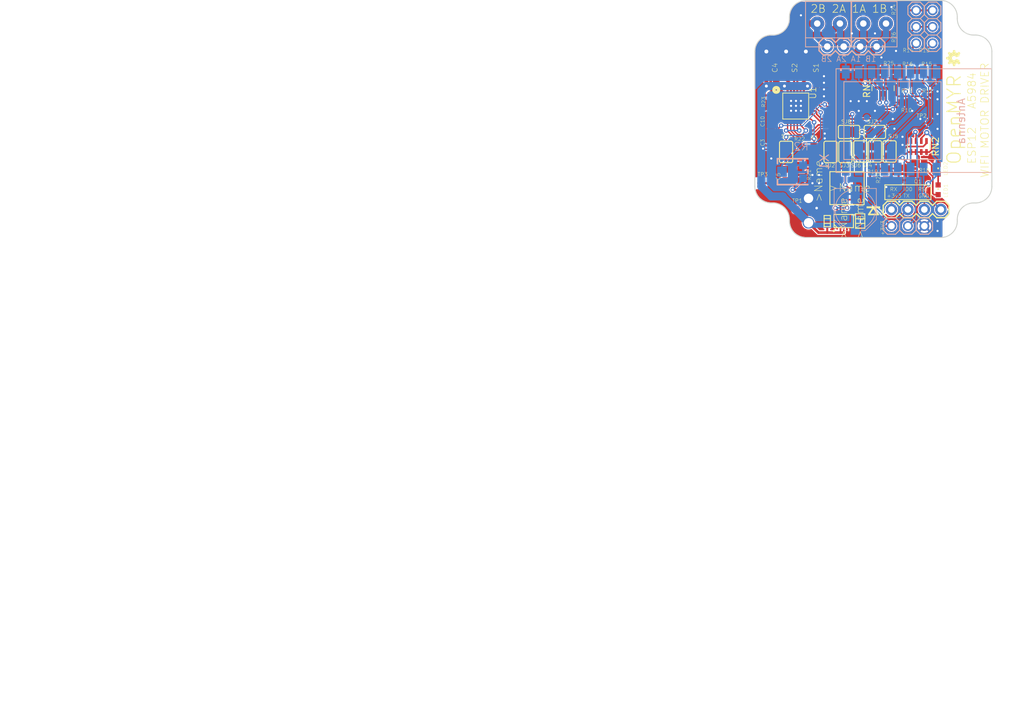
<source format=kicad_pcb>
(kicad_pcb (version 20171130) (host pcbnew "(5.0.0)")
  (layers (0 Top mixed) (31 Bottom mixed) (34 B.Paste user) (35 F.Paste user) (36 B.SilkS user) (37 F.SilkS user) (38 B.Mask user) (39 F.Mask user) (44 Edge.Cuts user))
  (net 0 "")
  (net 1 GND)
  (net 2 +3V3)
  (net 3 /N$11)
  (net 4 VCC)
  (net 5 "Net-(C5-Pad1)")
  (net 6 /SA)
  (net 7 /SB)
  (net 8 /XRESET)
  (net 9 /XENABLE)
  (net 10 /GPIO16)
  (net 11 /VREF)
  (net 12 /RESET)
  (net 13 /GPIO2)
  (net 14 /CH_PD)
  (net 15 /GPIO15)
  (net 16 /GPIO0)
  (net 17 "Net-(LED1-PadC)")
  (net 18 /P3V3)
  (net 19 "Net-(Q1-Pad1)")
  (net 20 "Net-(C10-Pad1)")
  (net 21 "Net-(C10-Pad2)")
  (net 22 /ROSC)
  (net 23 "Net-(R22-Pad1)")
  (net 24 /XMS2)
  (net 25 /XMS3)
  (net 26 /XMS1)
  (net 27 /GPIO14)
  (net 28 /GPIO12)
  (net 29 /N$3)
  (net 30 /N$12)
  (net 31 "Net-(JP7-Pad3)")
  (net 32 "Net-(JP7-Pad2)")
  (net 33 "Net-(U$4-Pad1)")
  (net 34 /GPIO4)
  (net 35 /XSTEP)
  (net 36 /2A)
  (net 37 /1A)
  (net 38 /1B)
  (net 39 /XDIR)
  (net 40 /2B)
  (net 41 /TXD)
  (net 42 /RXD)
  (net 43 /ADC)
  (net 44 "Net-(RN2-Pad4)")
  (net 45 /SJ_3V3)
  (module ESP12E.6:1X04-BIG (layer Top) (at 158.911601 118.97 180)
    (fp_text reference CN1 hide)
    (fp_text value 1X4-BIG hide)
    (pad 4 thru_hole circle (at 7.62 0 270) (size 1.778 1.778) (drill 1.016) (layers *.Cu *.Mask) (net 42 /RXD))
    (pad 3 thru_hole circle (at 5.08 0 270) (size 1.778 1.778) (drill 1.016) (layers *.Cu *.Mask) (net 16 /GPIO0))
    (pad 2 thru_hole circle (at 2.54 0 270) (size 1.778 1.778) (drill 1.016) (layers *.Cu *.Mask) (net 12 /RESET))
    (pad 1 thru_hole circle (at 0 0 270) (size 1.778 1.778) (drill 1.016) (layers *.Cu *.Mask) (net 43 /ADC))
  )
  (module ESP12E.6:ESP-12 (layer Bottom) (at 153.75 105.25 90)
    (fp_text reference X1 (at -5 -12 90) (layer B.SilkS) (effects (font (size 1.35128 1.35128) (thickness 0.162153)) (justify left bottom mirror)))
    (fp_text value ESP-12)
    (fp_text user Antenna (at -0.1 8.3 90) (layer B.SilkS) (effects (font (size 1.2065 1.2065) (thickness 0.1524)) (justify mirror)))
    (pad 16 smd rect (at 7.5 4.5 90) (size 2 1.2) (layers Bottom B.Paste B.Mask) (net 41 /TXD))
    (pad 15 smd rect (at 7.5 2.5 90) (size 2 1.2) (layers Bottom B.Paste B.Mask) (net 42 /RXD))
    (pad 14 smd rect (at 7.5 0.5 90) (size 2 1.2) (layers Bottom B.Paste B.Mask) (net 34 /GPIO4))
    (pad 13 smd rect (at 7.5 -1.5 90) (size 2 1.2) (layers Bottom B.Paste B.Mask) (net 35 /XSTEP))
    (pad 12 smd rect (at 7.5 -3.5 90) (size 2 1.2) (layers Bottom B.Paste B.Mask) (net 16 /GPIO0))
    (pad 11 smd rect (at 7.5 -5.5 90) (size 2 1.2) (layers Bottom B.Paste B.Mask) (net 13 /GPIO2))
    (pad 10 smd rect (at 7.5 -7.5 90) (size 2 1.2) (layers Bottom B.Paste B.Mask) (net 15 /GPIO15))
    (pad 9 smd rect (at 7.5 -9.5 90) (size 2 1.2) (layers Bottom B.Paste B.Mask) (net 1 GND))
    (pad 8 smd rect (at -7.5 -9.5 90) (size 2 1.2) (layers Bottom B.Paste B.Mask) (net 2 +3V3))
    (pad 7 smd rect (at -7.5 -7.5 90) (size 2 1.2) (layers Bottom B.Paste B.Mask) (net 39 /XDIR))
    (pad 6 smd rect (at -7.5 -5.5 90) (size 2 1.2) (layers Bottom B.Paste B.Mask) (net 28 /GPIO12))
    (pad 5 smd rect (at -7.5 -3.5 90) (size 2 1.2) (layers Bottom B.Paste B.Mask) (net 27 /GPIO14))
    (pad 4 smd rect (at -7.5 -1.5 90) (size 2 1.2) (layers Bottom B.Paste B.Mask) (net 10 /GPIO16))
    (pad 3 smd rect (at -7.5 0.5 90) (size 2 1.2) (layers Bottom B.Paste B.Mask) (net 14 /CH_PD))
    (pad 2 smd rect (at -7.5 2.5 90) (size 2 1.2) (layers Bottom B.Paste B.Mask) (net 43 /ADC))
    (pad 1 smd rect (at -7.5 4.5 90) (size 2 1.2) (layers Bottom B.Paste B.Mask) (net 12 /RESET))
  )
  (module ESP12E.6:R0603 (layer Top) (at 153.75 102.5)
    (fp_text reference R10 (at -1 1.5 180) (layer F.SilkS) (effects (font (size 0.57912 0.57912) (thickness 0.046329)) (justify left bottom)))
    (fp_text value 0 hide)
    (pad 2 smd rect (at 0.85 0) (size 1 1.1) (layers Top F.Paste F.Mask) (net 34 /GPIO4))
    (pad 1 smd rect (at -0.85 0) (size 1 1.1) (layers Top F.Paste F.Mask) (net 9 /XENABLE))
  )
  (module ESP12E.6:SJ (layer Top) (at 148.75 110 270)
    (fp_text reference SJ4 (at 2.5 2) (layer F.SilkS) (effects (font (size 0.57912 0.57912) (thickness 0.057912)) (justify left bottom)))
    (fp_text value SJ)
    (pad 2 smd rect (at 0.762 0 270) (size 1.1684 1.6002) (layers Top F.Paste F.Mask) (net 45 /SJ_3V3))
    (pad 1 smd rect (at -0.762 0 270) (size 1.1684 1.6002) (layers Top F.Paste F.Mask) (net 24 /XMS2))
  )
  (module Resistors_SMD:R_Array_Concave_4x0603 (layer Top) (at 150 100.25 270)
    (fp_text reference RN1 (at 0 2.5 270) (layer F.SilkS))
    (fp_text value R_Pack04)
    (pad 2 smd rect (at -0.85 -0.4 270) (size 0.9 0.4) (layers Top F.Paste F.Mask) (net 2 +3V3))
    (pad 3 smd rect (at -0.85 0.4 270) (size 0.9 0.4) (layers Top F.Paste F.Mask) (net 2 +3V3))
    (pad 1 smd rect (at -0.85 -1.2 270) (size 0.9 0.4) (layers Top F.Paste F.Mask) (net 2 +3V3))
    (pad 4 smd rect (at -0.85 1.2 270) (size 0.9 0.4) (layers Top F.Paste F.Mask) (net 15 /GPIO15))
    (pad 8 smd rect (at 0.85 -1.2 270) (size 0.9 0.4) (layers Top F.Paste F.Mask) (net 9 /XENABLE))
    (pad 7 smd rect (at 0.85 -0.4 270) (size 0.9 0.4) (layers Top F.Paste F.Mask) (net 16 /GPIO0))
    (pad 6 smd rect (at 0.85 0.4 270) (size 0.9 0.4) (layers Top F.Paste F.Mask) (net 13 /GPIO2))
    (pad 5 smd rect (at 0.85 1.2 270) (size 0.9 0.4) (layers Top F.Paste F.Mask) (net 1 GND))
  )
  (module Resistors_SMD:R_Array_Concave_4x0603 (layer Top) (at 155.5 109.25 270)
    (fp_text reference RN2 (at 0 -2.6 270) (layer F.SilkS))
    (fp_text value R_Pack04)
    (pad 2 smd rect (at -0.85 -0.4 270) (size 0.9 0.4) (layers Top F.Paste F.Mask) (net 12 /RESET))
    (pad 3 smd rect (at -0.85 0.4 270) (size 0.9 0.4) (layers Top F.Paste F.Mask) (net 14 /CH_PD))
    (pad 1 smd rect (at -0.85 -1.2 270) (size 0.9 0.4) (layers Top F.Paste F.Mask) (net 45 /SJ_3V3))
    (pad 4 smd rect (at -0.85 1.2 270) (size 0.9 0.4) (layers Top F.Paste F.Mask) (net 44 "Net-(RN2-Pad4)"))
    (pad 8 smd rect (at 0.85 -1.2 270) (size 0.9 0.4) (layers Top F.Paste F.Mask) (net 2 +3V3))
    (pad 7 smd rect (at 0.85 -0.4 270) (size 0.9 0.4) (layers Top F.Paste F.Mask) (net 2 +3V3))
    (pad 6 smd rect (at 0.85 0.4 270) (size 0.9 0.4) (layers Top F.Paste F.Mask) (net 2 +3V3))
    (pad 5 smd rect (at 0.85 1.2 270) (size 0.9 0.4) (layers Top F.Paste F.Mask) (net 2 +3V3))
  )
  (module ESP12E.6:C0603K (layer Top) (at 132.7531 108.8136 90)
    (fp_text reference C3 hide)
    (fp_text value 0.1uF hide)
    (pad 2 smd rect (at 0.875 0 90) (size 1.05 1.08) (layers Top F.Paste F.Mask) (net 3 /N$11))
    (pad 1 smd rect (at -0.875 0 90) (size 1.05 1.08) (layers Top F.Paste F.Mask) (net 4 VCC))
  )
  (module ESP12E.6:C0603K (layer Top) (at 135.0391 113.6396 270)
    (fp_text reference C5 hide)
    (fp_text value 0.47uF hide)
    (pad 2 smd rect (at 0.875 0 270) (size 1.05 1.08) (layers Top F.Paste F.Mask) (net 1 GND))
    (pad 1 smd rect (at -0.875 0 270) (size 1.05 1.08) (layers Top F.Paste F.Mask) (net 5 "Net-(C5-Pad1)"))
  )
  (module ESP12E.6:M0805 (layer Top) (at 138.0871 97.1296 90)
    (fp_text reference S1 hide)
    (fp_text value 0.1 hide)
    (pad 2 smd rect (at 0.95 0 90) (size 1.3 1.6) (layers Top F.Paste F.Mask) (net 1 GND))
    (pad 1 smd rect (at -0.95 0 90) (size 1.3 1.6) (layers Top F.Paste F.Mask) (net 6 /SA))
  )
  (module ESP12E.6:M0805 (layer Top) (at 135.0391 97.1296 90)
    (fp_text reference S2 hide)
    (fp_text value 0.1 hide)
    (pad 2 smd rect (at 0.95 0 90) (size 1.3 1.6) (layers Top F.Paste F.Mask) (net 1 GND))
    (pad 1 smd rect (at -0.95 0 90) (size 1.3 1.6) (layers Top F.Paste F.Mask) (net 7 /SB))
  )
  (module ESP12E.6:C0805 (layer Top) (at 131.9911 97.1296 90)
    (fp_text reference C4 hide)
    (fp_text value 4.7uF hide)
    (pad 2 smd rect (at 0.95 0 90) (size 1.3 1.5) (layers Top F.Paste F.Mask) (net 1 GND))
    (pad 1 smd rect (at -0.95 0 90) (size 1.3 1.5) (layers Top F.Paste F.Mask) (net 4 VCC))
  )
  (module ESP12E.6:R0603 (layer Top) (at 139.3571 110.0836 90)
    (fp_text reference R3 (at 1.8336 -0.6071 180) (layer F.SilkS) (effects (font (size 0.57912 0.57912) (thickness 0.046329)) (justify left bottom)))
    (fp_text value 10k hide)
    (pad 2 smd rect (at 0.85 0 90) (size 1 1.1) (layers Top F.Paste F.Mask) (net 8 /XRESET))
    (pad 1 smd rect (at -0.85 0 90) (size 1 1.1) (layers Top F.Paste F.Mask) (net 2 +3V3))
  )
  (module ESP12E.6:1X04-BIG (layer Bottom) (at 149.0091 93.8276 180)
    (fp_text reference CN2 hide)
    (fp_text value 1X4-BIG hide)
    (pad 4 thru_hole circle (at 7.62 0 90) (size 1.778 1.778) (drill 1.016) (layers *.Cu *.Mask) (net 40 /2B))
    (pad 3 thru_hole circle (at 5.08 0 90) (size 1.778 1.778) (drill 1.016) (layers *.Cu *.Mask) (net 36 /2A))
    (pad 2 thru_hole circle (at 2.54 0 90) (size 1.778 1.778) (drill 1.016) (layers *.Cu *.Mask) (net 37 /1A))
    (pad 1 thru_hole circle (at 0 0 90) (size 1.778 1.778) (drill 1.016) (layers *.Cu *.Mask) (net 38 /1B))
  )
  (module ESP12E.6:35WR (layer Bottom) (at 136.0551 113.1316 270)
    (fp_text reference R2 (at -3.175 -2.54 180) (layer B.SilkS) (effects (font (size 1.2065 1.2065) (thickness 0.09652)) (justify left bottom mirror)))
    (fp_text value TC33X-2-103E hide)
    (pad 2 smd rect (at 0 1.65 270) (size 1.6 1.5) (layers Bottom B.Paste B.Mask) (net 11 /VREF))
    (pad 3 smd rect (at 1 -1.6 270) (size 1.2 1.2) (layers Bottom B.Paste B.Mask) (net 5 "Net-(C5-Pad1)"))
    (pad 1 smd rect (at -1 -1.6 270) (size 1.2 1.2) (layers Bottom B.Paste B.Mask) (net 1 GND))
  )
  (module ESP12E.6:1X2-3.5MM (layer Bottom) (at 141.6431 90.2716 180)
    (fp_text reference J1 hide)
    (fp_text value 1X2-3.5MM hide)
    (pad 2 thru_hole circle (at -1.7 0 180) (size 2.1844 2.1844) (drill 1) (layers *.Cu *.Mask) (net 36 /2A))
    (pad 1 thru_hole circle (at 1.8 0 180) (size 2.1844 2.1844) (drill 1) (layers *.Cu *.Mask) (net 40 /2B))
  )
  (module ESP12E.6:1X2-3.5MM (layer Bottom) (at 148.7551 90.2716 180)
    (fp_text reference J4 hide)
    (fp_text value 1X2-3.5MM hide)
    (pad 2 thru_hole circle (at -1.7 0 180) (size 2.1844 2.1844) (drill 1) (layers *.Cu *.Mask) (net 38 /1B))
    (pad 1 thru_hole circle (at 1.8 0 180) (size 2.1844 2.1844) (drill 1) (layers *.Cu *.Mask) (net 37 /1A))
  )
  (module ESP12E.6:FIDUCIAL_1MM (layer Bottom) (at 147.4851 104.7496 180)
    (fp_text reference FD1 hide)
    (fp_text value FIDUCIAL hide)
    (pad 1 smd roundrect (at 0 0 180) (size 1 1) (layers Bottom B.Mask) (roundrect_rratio 0.5))
  )
  (module ESP12E.6:FIDUCIAL_1MM (layer Top) (at 144 100.25)
    (fp_text reference FD2 hide)
    (fp_text value FIDUCIAL hide)
    (pad 1 smd roundrect (at 0 0) (size 1 1) (layers Top F.Mask) (roundrect_rratio 0.5))
  )
  (module ESP12E.6:CHIPLED_0603 (layer Top) (at 158.5 115.9256)
    (fp_text reference LED1 (at 0.8429 -0.9256 90) (layer F.SilkS) (effects (font (size 0.57912 0.57912) (thickness 0.046329)) (justify right top)))
    (fp_text value DNP hide)
    (pad A smd rect (at 0 0.75) (size 0.8 0.8) (layers Top F.Paste F.Mask) (net 2 +3V3))
    (pad C smd rect (at 0 -0.75) (size 0.8 0.8) (layers Top F.Paste F.Mask) (net 17 "Net-(LED1-PadC)"))
  )
  (module ESP12E.6:R0603 (layer Top) (at 155.5 111.75)
    (fp_text reference R18 (at 0 1.5) (layer F.SilkS) (effects (font (size 0.57912 0.57912) (thickness 0.046329)) (justify left bottom)))
    (fp_text value DNP hide)
    (pad 2 smd rect (at 0.85 0) (size 1 1.1) (layers Top F.Paste F.Mask) (net 17 "Net-(LED1-PadC)"))
    (pad 1 smd rect (at -0.85 0) (size 1 1.1) (layers Top F.Paste F.Mask) (net 10 /GPIO16))
  )
  (module ESP12E.6:PANASONIC_D (layer Bottom) (at 145.7071 118.9736 270)
    (fp_text reference C8 (at -1.75 1 270) (layer B.SilkS) (effects (font (size 0.9652 0.9652) (thickness 0.08128)) (justify left bottom mirror)))
    (fp_text value 100uF)
    (pad + smd rect (at 2.4 0 270) (size 3 1.4) (layers Bottom B.Paste B.Mask) (net 4 VCC))
    (pad - smd rect (at -2.4 0 270) (size 3 1.4) (layers Bottom B.Paste B.Mask) (net 1 GND))
  )
  (module ESP12E.6:DO214AC (layer Top) (at 148.5011 119.4816 270)
    (fp_text reference D1 (at -0.7316 -0.9989 90) (layer F.SilkS) (effects (font (size 0.57912 0.57912) (thickness 0.057912)) (justify right top)))
    (fp_text value DIODE-DO214AC)
    (pad A smd rect (at 2.05 0 270) (size 1.8 1.7) (layers Top F.Paste F.Mask) (net 18 /P3V3))
    (pad C smd rect (at -2.05 0 270) (size 1.8 1.7) (layers Top F.Paste F.Mask) (net 2 +3V3))
  )
  (module ESP12E.6:SOT23 (layer Top) (at 153.5 113.5 270)
    (fp_text reference Q1 (at 1.5 -1.25) (layer F.SilkS) (effects (font (size 0.57912 0.57912) (thickness 0.046329)) (justify left bottom)))
    (fp_text value MOSFET-NREFLOW)
    (pad 1 smd rect (at -0.95 1.1 270) (size 1 1.4) (layers Top F.Paste F.Mask) (net 19 "Net-(Q1-Pad1)"))
    (pad 2 smd rect (at 0.95 1.1 270) (size 1 1.4) (layers Top F.Paste F.Mask) (net 1 GND))
    (pad 3 smd rect (at 0 -1.1 270) (size 1 1.4) (layers Top F.Paste F.Mask) (net 16 /GPIO0))
  )
  (module ESP12E.6:R0603 (layer Top) (at 149 113.5 270)
    (fp_text reference R19 (at 0 1.5 180) (layer F.SilkS) (effects (font (size 0.57912 0.57912) (thickness 0.046329)) (justify left bottom)))
    (fp_text value 10k hide)
    (pad 2 smd rect (at 0.85 0 270) (size 1 1.1) (layers Top F.Paste F.Mask) (net 18 /P3V3))
    (pad 1 smd rect (at -0.85 0 270) (size 1 1.1) (layers Top F.Paste F.Mask) (net 19 "Net-(Q1-Pad1)"))
  )
  (module ESP12E.6:R0603 (layer Top) (at 150.5 113.5 90)
    (fp_text reference R20 (at -1.4771 -0.889 90) (layer F.SilkS) (effects (font (size 0.57912 0.57912) (thickness 0.046329)) (justify left bottom)))
    (fp_text value 10k hide)
    (pad 2 smd rect (at 0.85 0 90) (size 1 1.1) (layers Top F.Paste F.Mask) (net 19 "Net-(Q1-Pad1)"))
    (pad 1 smd rect (at -0.85 0 90) (size 1 1.1) (layers Top F.Paste F.Mask) (net 1 GND))
  )
  (module ESP12E.6:CHIPLED_0603 (layer Top) (at 158.5 112.75)
    (fp_text reference LED2 (at 1.5 1 90) (layer F.SilkS) (effects (font (size 0.57912 0.57912) (thickness 0.046329)) (justify left bottom)))
    (fp_text value DNP hide)
    (pad A smd rect (at 0 0.75) (size 0.8 0.8) (layers Top F.Paste F.Mask) (net 17 "Net-(LED1-PadC)"))
    (pad C smd rect (at 0 -0.75) (size 0.8 0.8) (layers Top F.Paste F.Mask) (net 1 GND))
  )
  (module ESP12E.6:1X03 (layer Bottom) (at 153.8351 121.5136)
    (fp_text reference JP2 hide)
    (fp_text value PINHD-1X3)
    (pad 3 thru_hole circle (at 2.54 0 270) (size 1.524 1.524) (drill 1.016) (layers *.Cu *.Mask) (net 1 GND))
    (pad 2 thru_hole circle (at 0 0 270) (size 1.524 1.524) (drill 1.016) (layers *.Cu *.Mask) (net 41 /TXD))
    (pad 1 thru_hole circle (at -2.54 0 270) (size 1.524 1.524) (drill 1.016) (layers *.Cu *.Mask) (net 18 /P3V3))
  )
  (module ESP12E.6:QFN-24 (layer Top) (at 136.5631 102.9716)
    (fp_text reference U1 (at 3.1869 -0.9716 90) (layer F.SilkS) (effects (font (size 0.9652 0.9652) (thickness 0.09652)) (justify left bottom)))
    (fp_text value A5984)
    (pad P$19 smd rect (at 1.21 -1.96 180) (size 0.3 0.95) (layers Top F.Paste F.Mask) (net 4 VCC))
    (pad P$20 smd rect (at 0.71 -1.96 180) (size 0.3 0.95) (layers Top F.Paste F.Mask) (net 6 /SA))
    (pad P$23 smd rect (at -0.79 -1.96 180) (size 0.3 0.95) (layers Top F.Paste F.Mask) (net 7 /SB))
    (pad P$22 smd rect (at -0.29 -1.96 180) (size 0.3 0.95) (layers Top F.Paste F.Mask) (net 36 /2A))
    (pad P$21 smd rect (at 0.21 -1.96 180) (size 0.3 0.95) (layers Top F.Paste F.Mask) (net 37 /1A))
    (pad P$24 smd rect (at -1.29 -1.96 180) (size 0.3 0.95) (layers Top F.Paste F.Mask) (net 4 VCC))
    (pad P$13 smd rect (at 1.96 1.29 90) (size 0.3 0.95) (layers Top F.Paste F.Mask) (net 25 /XMS3))
    (pad P$18 smd rect (at 1.96 -1.21 90) (size 0.3 0.95) (layers Top F.Paste F.Mask) (net 38 /1B))
    (pad P$17 smd rect (at 1.96 -0.71 90) (size 0.3 0.95) (layers Top F.Paste F.Mask) (net 39 /XDIR))
    (pad P$16 smd rect (at 1.96 -0.21 90) (size 0.3 0.95) (layers Top F.Paste F.Mask) (net 1 GND))
    (pad P$15 smd rect (at 1.96 0.29 90) (size 0.3 0.95) (layers Top F.Paste F.Mask) (net 11 /VREF))
    (pad P$14 smd rect (at 1.96 0.79 90) (size 0.3 0.95) (layers Top F.Paste F.Mask) (net 35 /XSTEP))
    (pad P$2 smd rect (at -2.04 -0.71 90) (size 0.3 0.95) (layers Top F.Paste F.Mask) (net 9 /XENABLE))
    (pad P$1 smd rect (at -2.04 -1.21 90) (size 0.3 0.95) (layers Top F.Paste F.Mask) (net 40 /2B))
    (pad P$3 smd rect (at -2.04 -0.21 90) (size 0.3 0.95) (layers Top F.Paste F.Mask) (net 1 GND))
    (pad P$4 smd rect (at -2.04 0.29 90) (size 0.3 0.95) (layers Top F.Paste F.Mask) (net 20 "Net-(C10-Pad1)"))
    (pad P$6 smd rect (at -2.04 1.29 90) (size 0.3 0.95) (layers Top F.Paste F.Mask) (net 3 /N$11))
    (pad P$5 smd rect (at -2.04 0.79 90) (size 0.3 0.95) (layers Top F.Paste F.Mask) (net 21 "Net-(C10-Pad2)"))
    (pad P$12 smd rect (at 1.21 2.04) (size 0.3 0.95) (layers Top F.Paste F.Mask) (net 8 /XRESET))
    (pad P$11 smd rect (at 0.71 2.04) (size 0.3 0.95) (layers Top F.Paste F.Mask) (net 22 /ROSC))
    (pad P$10 smd rect (at 0.21 2.04) (size 0.3 0.95) (layers Top F.Paste F.Mask) (net 8 /XRESET))
    (pad P$9 smd rect (at -0.29 2.04) (size 0.3 0.95) (layers Top F.Paste F.Mask) (net 24 /XMS2))
    (pad P$8 smd rect (at -0.79 2.04) (size 0.3 0.95) (layers Top F.Paste F.Mask) (net 26 /XMS1))
    (pad P$25 smd rect (at -0.04 0.04) (size 2.7 2.7) (layers Top F.Paste F.Mask) (net 1 GND))
    (pad P$7 smd rect (at -1.29 2.04) (size 0.3 0.95) (layers Top F.Paste F.Mask) (net 8 /XRESET))
  )
  (module ESP12E.6:C0603K (layer Top) (at 132.7531 105.5116 270)
    (fp_text reference C10 (at 0.7384 1.0031 90) (layer F.SilkS) (effects (font (size 0.57912 0.57912) (thickness 0.046329)) (justify left bottom)))
    (fp_text value 0.1uF hide)
    (pad 2 smd rect (at 0.875 0 270) (size 1.05 1.08) (layers Top F.Paste F.Mask) (net 21 "Net-(C10-Pad2)"))
    (pad 1 smd rect (at -0.875 0 270) (size 1.05 1.08) (layers Top F.Paste F.Mask) (net 20 "Net-(C10-Pad1)"))
  )
  (module ESP12E.6:R0603 (layer Top) (at 137.3251 113.6396 90)
    (fp_text reference R21 (at 0.8896 0.9249 90) (layer F.SilkS) (effects (font (size 0.57912 0.57912) (thickness 0.046329)) (justify right top)))
    (fp_text value 10k hide)
    (pad 2 smd rect (at 0.85 0 90) (size 1 1.1) (layers Top F.Paste F.Mask) (net 2 +3V3))
    (pad 1 smd rect (at -0.85 0 90) (size 1 1.1) (layers Top F.Paste F.Mask) (net 5 "Net-(C5-Pad1)"))
  )
  (module ESP12E.6:SJ (layer Top) (at 135.0391 110.0836 90)
    (fp_text reference SJ1 (at 2.0836 -0.7891) (layer F.SilkS) (effects (font (size 0.57912 0.57912) (thickness 0.057912)) (justify left bottom)))
    (fp_text value SJ)
    (pad 2 smd rect (at 0.762 0 90) (size 1.1684 1.6002) (layers Top F.Paste F.Mask) (net 22 /ROSC))
    (pad 1 smd rect (at -0.762 0 90) (size 1.1684 1.6002) (layers Top F.Paste F.Mask) (net 1 GND))
  )
  (module ESP12E.6:SJ (layer Top) (at 141.8971 110.0836 90)
    (fp_text reference SJ2 (at -2.4164 -0.8971) (layer F.SilkS) (effects (font (size 0.57912 0.57912) (thickness 0.057912)) (justify left bottom)))
    (fp_text value SJ)
    (pad 2 smd rect (at 0.762 0 90) (size 1.1684 1.6002) (layers Top F.Paste F.Mask) (net 23 "Net-(R22-Pad1)"))
    (pad 1 smd rect (at -0.762 0 90) (size 1.1684 1.6002) (layers Top F.Paste F.Mask) (net 1 GND))
  )
  (module ESP12E.6:SJ (layer Top) (at 144.1831 110.0836 270)
    (fp_text reference SJ3 (at 2.4164 0.9331) (layer F.SilkS) (effects (font (size 0.57912 0.57912) (thickness 0.057912)) (justify left bottom)))
    (fp_text value SJ)
    (pad 2 smd rect (at 0.762 0 270) (size 1.1684 1.6002) (layers Top F.Paste F.Mask) (net 2 +3V3))
    (pad 1 smd rect (at -0.762 0 270) (size 1.1684 1.6002) (layers Top F.Paste F.Mask) (net 23 "Net-(R22-Pad1)"))
  )
  (module ESP12E.6:R0603 (layer Top) (at 137.3251 110.0836 90)
    (fp_text reference R22 (at 2.3336 0.6749) (layer F.SilkS) (effects (font (size 0.57912 0.57912) (thickness 0.046329)) (justify right top)))
    (fp_text value 10k hide)
    (pad 2 smd rect (at 0.85 0 90) (size 1 1.1) (layers Top F.Paste F.Mask) (net 22 /ROSC))
    (pad 1 smd rect (at -0.85 0 90) (size 1 1.1) (layers Top F.Paste F.Mask) (net 23 "Net-(R22-Pad1)"))
  )
  (module ESP12E.6:R0603 (layer Top) (at 132.7531 102.2096 90)
    (fp_text reference R23 (at 0.7096 -1.5031 90) (layer F.SilkS) (effects (font (size 0.57912 0.57912) (thickness 0.046329)) (justify right top)))
    (fp_text value DNP hide)
    (pad 2 smd rect (at 0.85 0 90) (size 1 1.1) (layers Top F.Paste F.Mask) (net 1 GND))
    (pad 1 smd rect (at -0.85 0 90) (size 1 1.1) (layers Top F.Paste F.Mask) (net 9 /XENABLE))
  )
  (module ESP12E.6:OSHW-LOGO-MINI (layer Top) (at 160.9471 95.6056 90)
    (fp_text reference LOGO1 hide)
    (fp_text value OSHW-LOGOMINI hide)
  )
  (module ESP12E.6:SJ (layer Top) (at 151 110.012 270)
    (fp_text reference SJ5 (at -2.012 0.25) (layer F.SilkS) (effects (font (size 0.57912 0.57912) (thickness 0.057912)) (justify left bottom)))
    (fp_text value SJ)
    (pad 2 smd rect (at 0.762 0 270) (size 1.1684 1.6002) (layers Top F.Paste F.Mask) (net 45 /SJ_3V3))
    (pad 1 smd rect (at -0.762 0 270) (size 1.1684 1.6002) (layers Top F.Paste F.Mask) (net 25 /XMS3))
  )
  (module ESP12E.6:SJ (layer Top) (at 146.5 110.012 270)
    (fp_text reference SJ6 (at 2.488 1.5) (layer F.SilkS) (effects (font (size 0.57912 0.57912) (thickness 0.057912)) (justify left bottom)))
    (fp_text value SJ)
    (pad 2 smd rect (at 0.762 0 270) (size 1.1684 1.6002) (layers Top F.Paste F.Mask) (net 45 /SJ_3V3))
    (pad 1 smd rect (at -0.762 0 270) (size 1.1684 1.6002) (layers Top F.Paste F.Mask) (net 26 /XMS1))
  )
  (module ESP12E.6:SJ (layer Top) (at 148.738 107)
    (fp_text reference SJ7 (at -1.238 -1.25) (layer F.SilkS) (effects (font (size 0.57912 0.57912) (thickness 0.057912)) (justify left bottom)))
    (fp_text value SJ)
    (pad 2 smd rect (at 0.762 0) (size 1.1684 1.6002) (layers Top F.Paste F.Mask) (net 24 /XMS2))
    (pad 1 smd rect (at -0.762 0) (size 1.1684 1.6002) (layers Top F.Paste F.Mask) (net 26 /XMS1))
  )
  (module ESP12E.6:SJ (layer Top) (at 144.75 107 180)
    (fp_text reference SJ8 (at 1.25 1.25) (layer F.SilkS) (effects (font (size 0.57912 0.57912) (thickness 0.057912)) (justify left bottom)))
    (fp_text value SJ)
    (pad 2 smd rect (at 0.762 0 180) (size 1.1684 1.6002) (layers Top F.Paste F.Mask) (net 26 /XMS1))
    (pad 1 smd rect (at -0.762 0 180) (size 1.1684 1.6002) (layers Top F.Paste F.Mask) (net 16 /GPIO0))
  )
  (module ESP12E.6:R0603 (layer Top) (at 156.75 99.5)
    (fp_text reference R11 (at -0.75 1.5) (layer F.SilkS) (effects (font (size 0.57912 0.57912) (thickness 0.046329)) (justify left bottom)))
    (fp_text value DNP hide)
    (pad 2 smd rect (at 0.85 0) (size 1 1.1) (layers Top F.Paste F.Mask) (net 27 /GPIO14))
    (pad 1 smd rect (at -0.85 0) (size 1 1.1) (layers Top F.Paste F.Mask) (net 2 +3V3))
  )
  (module ESP12E.6:R0603 (layer Top) (at 153.75 99.5 180)
    (fp_text reference R12 (at 1 -1.5) (layer F.SilkS) (effects (font (size 0.57912 0.57912) (thickness 0.046329)) (justify left bottom)))
    (fp_text value DNP hide)
    (pad 2 smd rect (at 0.85 0 180) (size 1 1.1) (layers Top F.Paste F.Mask) (net 28 /GPIO12))
    (pad 1 smd rect (at -0.85 0 180) (size 1 1.1) (layers Top F.Paste F.Mask) (net 2 +3V3))
  )
  (module ESP12E.6:R0603 (layer Top) (at 156.75 95.5 180)
    (fp_text reference R13 (at 1.25 0.75 180) (layer F.SilkS) (effects (font (size 0.57912 0.57912) (thickness 0.046329)) (justify left bottom)))
    (fp_text value 0 hide)
    (pad 2 smd rect (at 0.85 0 180) (size 1 1.1) (layers Top F.Paste F.Mask) (net 29 /N$3))
    (pad 1 smd rect (at -0.85 0 180) (size 1 1.1) (layers Top F.Paste F.Mask) (net 27 /GPIO14))
  )
  (module ESP12E.6:R0603 (layer Top) (at 153.75 95.5)
    (fp_text reference R14 (at -0.75 -0.75) (layer F.SilkS) (effects (font (size 0.57912 0.57912) (thickness 0.046329)) (justify left bottom)))
    (fp_text value 0 hide)
    (pad 2 smd rect (at 0.85 0) (size 1 1.1) (layers Top F.Paste F.Mask) (net 30 /N$12))
    (pad 1 smd rect (at -0.85 0) (size 1 1.1) (layers Top F.Paste F.Mask) (net 28 /GPIO12))
  )
  (module ESP12E.6:R0603 (layer Top) (at 156.75 97.5 180)
    (fp_text reference R15 (at 0.8751 0.6416 180) (layer F.SilkS) (effects (font (size 0.57912 0.57912) (thickness 0.046329)) (justify left bottom)))
    (fp_text value DNP hide)
    (pad 2 smd rect (at 0.85 0 180) (size 1 1.1) (layers Top F.Paste F.Mask) (net 27 /GPIO14))
    (pad 1 smd rect (at -0.85 0 180) (size 1 1.1) (layers Top F.Paste F.Mask) (net 1 GND))
  )
  (module ESP12E.6:R0603 (layer Top) (at 153.75 97.5)
    (fp_text reference R16 (at -0.8271 -0.6416) (layer F.SilkS) (effects (font (size 0.57912 0.57912) (thickness 0.046329)) (justify left bottom)))
    (fp_text value DNP hide)
    (pad 2 smd rect (at 0.85 0) (size 1 1.1) (layers Top F.Paste F.Mask) (net 28 /GPIO12))
    (pad 1 smd rect (at -0.85 0) (size 1 1.1) (layers Top F.Paste F.Mask) (net 1 GND))
  )
  (module ESP12E.6:R0603 (layer Top) (at 152.8191 89.0016 90)
    (fp_text reference R24 (at 0.0016 -0.8191 90) (layer F.SilkS) (effects (font (size 0.57912 0.57912) (thickness 0.046329)) (justify left bottom)))
    (fp_text value 0 hide)
    (pad 2 smd rect (at 0.85 0 90) (size 1 1.1) (layers Top F.Paste F.Mask) (net 31 "Net-(JP7-Pad3)"))
    (pad 1 smd rect (at -0.85 0 90) (size 1 1.1) (layers Top F.Paste F.Mask) (net 1 GND))
  )
  (module ESP12E.6:1X03 (layer Bottom) (at 157.6451 90.7796 90)
    (fp_text reference JP7 hide)
    (fp_text value PINHD-1X3)
    (pad 3 thru_hole circle (at 2.54 0) (size 1.524 1.524) (drill 1.016) (layers *.Cu *.Mask) (net 31 "Net-(JP7-Pad3)"))
    (pad 2 thru_hole circle (at 0 0) (size 1.524 1.524) (drill 1.016) (layers *.Cu *.Mask) (net 32 "Net-(JP7-Pad2)"))
    (pad 1 thru_hole circle (at -2.54 0) (size 1.524 1.524) (drill 1.016) (layers *.Cu *.Mask) (net 29 /N$3))
  )
  (module ESP12E.6:1X03 (layer Bottom) (at 155.1051 90.7796 90)
    (fp_text reference JP8 hide)
    (fp_text value PINHD-1X3)
    (pad 3 thru_hole circle (at 2.54 0) (size 1.524 1.524) (drill 1.016) (layers *.Cu *.Mask) (net 31 "Net-(JP7-Pad3)"))
    (pad 2 thru_hole circle (at 0 0) (size 1.524 1.524) (drill 1.016) (layers *.Cu *.Mask) (net 32 "Net-(JP7-Pad2)"))
    (pad 1 thru_hole circle (at -2.54 0) (size 1.524 1.524) (drill 1.016) (layers *.Cu *.Mask) (net 30 /N$12))
  )
  (module ESP12E.6:R0603 (layer Top) (at 150.75 97.5 180)
    (fp_text reference R25 (at 0.75 0.75) (layer F.SilkS) (effects (font (size 0.57912 0.57912) (thickness 0.046329)) (justify left bottom)))
    (fp_text value DNP hide)
    (pad 2 smd rect (at 0.85 0 180) (size 1 1.1) (layers Top F.Paste F.Mask) (net 1 GND))
    (pad 1 smd rect (at -0.85 0 180) (size 1 1.1) (layers Top F.Paste F.Mask) (net 32 "Net-(JP7-Pad2)"))
  )
  (module ESP12E.6:R0603 (layer Top) (at 152.8191 92.5576 270)
    (fp_text reference R26 (at 0.6924 0.8191 90) (layer F.SilkS) (effects (font (size 0.57912 0.57912) (thickness 0.046329)) (justify left bottom)))
    (fp_text value 0 hide)
    (pad 2 smd rect (at 0.85 0 270) (size 1 1.1) (layers Top F.Paste F.Mask) (net 32 "Net-(JP7-Pad2)"))
    (pad 1 smd rect (at -0.85 0 270) (size 1 1.1) (layers Top F.Paste F.Mask) (net 2 +3V3))
  )
  (module ESP12E.6:0805 (layer Top) (at 146.4691 120.7516 90)
    (fp_text reference U$2 hide)
    (fp_text value GRM21BR60J226ME39L hide)
    (fp_text user >Name (at -2.8702 0.635 90) (layer F.SilkS) (effects (font (size 1.2065 1.2065) (thickness 0.0762)) (justify left bottom)))
    (pad 2 smd rect (at 0.9017 0 90) (size 1.1176 1.4478) (layers Top F.Paste F.Mask) (net 2 +3V3))
    (pad 1 smd rect (at -0.9017 0 90) (size 1.1176 1.4478) (layers Top F.Paste F.Mask) (net 1 GND))
  )
  (module ESP12E.6:0603 (layer Top) (at 141.3891 120.7516 270)
    (fp_text reference U$3 hide)
    (fp_text value GRM188R61C225KE15D hide)
    (fp_text user >Name (at -2.8702 0.635 270) (layer F.SilkS) (effects (font (size 1.2065 1.2065) (thickness 0.0762)) (justify left bottom)))
    (pad 2 smd rect (at 0.6985 0 270) (size 0.6604 0.9652) (layers Top F.Paste F.Mask) (net 4 VCC))
    (pad 1 smd rect (at -0.6985 0 270) (size 0.6604 0.9652) (layers Top F.Paste F.Mask) (net 1 GND))
  )
  (module ESP12E.6:SDR0503 (layer Top) (at 144.4371 115.6716)
    (fp_text reference U$4 hide)
    (fp_text value SDR0503-100ML hide)
    (fp_text user >Name (at -2.8702 0.635) (layer F.SilkS) (effects (font (size 1.2065 1.2065) (thickness 0.0762)) (justify left bottom)))
    (pad 2 smd rect (at 1.8542 0) (size 1.8034 5.0038) (layers Top F.Paste F.Mask) (net 2 +3V3))
    (pad 1 smd rect (at -1.8542 0) (size 1.8034 5.0038) (layers Top F.Paste F.Mask) (net 33 "Net-(U$4-Pad1)"))
  )
  (module ESP12E.6:R-PWSON-N10 (layer Top) (at 143.9291 120.7516 90)
    (fp_text reference U$5 hide)
    (fp_text value TPS62177DQCR hide)
    (fp_text user >Name (at -2.8702 0.635 90) (layer F.SilkS) (effects (font (size 1.2065 1.2065) (thickness 0.0762)) (justify left bottom)))
    (pad 11 smd rect (at 0 0 90) (size 0.8382 2.3876) (layers Top F.Mask) (net 1 GND))
    (pad 10 smd rect (at 1.0033 -1 270) (size 0.6096 0.254) (layers Top F.Paste F.Mask) (net 2 +3V3))
    (pad 9 smd rect (at 1.0033 -0.5 270) (size 0.6096 0.254) (layers Top F.Paste F.Mask) (net 33 "Net-(U$4-Pad1)"))
    (pad 8 smd rect (at 1.0033 0 270) (size 0.6096 0.254) (layers Top F.Paste F.Mask) (net 2 +3V3))
    (pad 7 smd rect (at 1.0033 0.5 270) (size 0.6096 0.254) (layers Top F.Paste F.Mask) (net 2 +3V3))
    (pad 6 smd rect (at 1.0033 1 270) (size 0.6096 0.254) (layers Top F.Paste F.Mask) (net 1 GND))
    (pad 5 smd rect (at -1.0033 1 90) (size 0.6096 0.254) (layers Top F.Paste F.Mask) (net 1 GND))
    (pad 4 smd rect (at -1.0033 0.5 90) (size 0.6096 0.254) (layers Top F.Paste F.Mask) (net 1 GND))
    (pad 3 smd rect (at -1.0033 0 90) (size 0.6096 0.254) (layers Top F.Paste F.Mask) (net 4 VCC))
    (pad 2 smd rect (at -1.0033 -0.5 90) (size 0.6096 0.254) (layers Top F.Paste F.Mask) (net 4 VCC))
    (pad 1 smd rect (at -1.0033 -1 90) (size 0.6096 0.254) (layers Top F.Paste F.Mask) (net 1 GND))
  )
  (module ESP12E.6:B1,27 (layer Top) (at 136.5631 118.9736)
    (fp_text reference TP1 (at -0.635 -1.016) (layer F.SilkS) (effects (font (size 0.57912 0.57912) (thickness 0.057912)) (justify left bottom)))
    (fp_text value PTR1B1,27)
    (pad TP smd roundrect (at 0 0) (size 1.27 1.27) (layers Top F.Mask) (roundrect_rratio 0.5) (net 4 VCC))
  )
  (module ESP12E.6:B1,27 (layer Top) (at 157.25 105.5)
    (fp_text reference TP2 (at -2.1291 -0.6516) (layer F.SilkS) (effects (font (size 0.57912 0.57912) (thickness 0.057912)) (justify left bottom)))
    (fp_text value PTR1B1,27)
    (pad TP smd roundrect (at 0 0) (size 1.27 1.27) (layers Top F.Mask) (roundrect_rratio 0.5) (net 2 +3V3))
  )
  (module ESP12E.6:B1,27 (layer Top) (at 131.2291 114.9096)
    (fp_text reference TP3 (at -0.635 -1.016) (layer F.SilkS) (effects (font (size 0.57912 0.57912) (thickness 0.057912)) (justify left bottom)))
    (fp_text value PTR1B1,27)
    (pad TP smd roundrect (at 0 0) (size 1.27 1.27) (layers Top F.Mask) (roundrect_rratio 0.5) (net 1 GND))
  )
  (gr_text OpenMYR (at 159.75 98 90) (layer F.SilkS) (effects (font (size 2.07518 2.07518) (thickness 0.174752)) (justify right top)))
  (gr_text "1B 1A 2A 2B" (at 140.3731 95.2246) (layer B.SilkS) (effects (font (size 0.86868 0.86868) (thickness 0.09144)) (justify right top mirror)))
  (gr_text "2B 2A 1A 1B" (at 138.7475 88.6968) (layer F.SilkS) (effects (font (size 1.2065 1.2065) (thickness 0.1016)) (justify left bottom)))
  (gr_line (start 133.0071 92.0496) (end 132.7531 92.0496) (layer Edge.Cuts) (width 0.15))
  (gr_arc (start 132.7531 94.5896) (end 132.7531 92.0496) (angle -90) (layer Edge.Cuts) (width 0.15))
  (gr_line (start 133.0071 117.9576) (end 132.7531 117.9576) (layer Edge.Cuts) (width 0.15))
  (gr_arc (start 132.7531 115.4176) (end 132.7531 117.9576) (angle 90) (layer Edge.Cuts) (width 0.15))
  (gr_line (start 130.2131 115.4176) (end 130.2131 94.5896) (layer Edge.Cuts) (width 0.15))
  (gr_line (start 161.4551 89.5096) (end 161.4551 89.2556) (layer Edge.Cuts) (width 0.15))
  (gr_arc (start 158.9151 89.2556) (end 161.4551 89.2556) (angle -90) (layer Edge.Cuts) (width 0.15))
  (gr_line (start 158.9151 86.7156) (end 138.0871 86.7156) (layer Edge.Cuts) (width 0.15))
  (gr_arc (start 138.0871 89.2556) (end 138.0871 86.7156) (angle -90) (layer Edge.Cuts) (width 0.15))
  (gr_line (start 135.5471 89.2556) (end 135.5471 89.5096) (layer Edge.Cuts) (width 0.15))
  (gr_line (start 163.9951 117.9576) (end 164.2491 117.9576) (layer Edge.Cuts) (width 0.15))
  (gr_arc (start 164.2491 115.4176) (end 164.2491 117.9576) (angle -90) (layer Edge.Cuts) (width 0.15))
  (gr_line (start 166.7891 115.4176) (end 166.7891 94.5896) (layer Edge.Cuts) (width 0.15))
  (gr_arc (start 164.2491 94.5896) (end 166.7891 94.5896) (angle -90) (layer Edge.Cuts) (width 0.15))
  (gr_line (start 164.2491 92.0496) (end 163.9951 92.0496) (layer Edge.Cuts) (width 0.15))
  (gr_text S1 (at 140.1191 97.8916 90) (layer F.SilkS) (effects (font (size 0.77216 0.77216) (thickness 0.065024)) (justify left bottom)))
  (gr_text S2 (at 136.8171 97.8916 90) (layer F.SilkS) (effects (font (size 0.77216 0.77216) (thickness 0.065024)) (justify left bottom)))
  (gr_text "ESP12   A5984" (at 163 97.75 90) (layer F.SilkS) (effects (font (size 1.2065 1.2065) (thickness 0.1016)) (justify right top)))
  (gr_line (start 158.9151 123.2916) (end 138.0871 123.2916) (layer Edge.Cuts) (width 0.15))
  (gr_arc (start 138.0871 120.7516) (end 138.0871 123.2916) (angle 90) (layer Edge.Cuts) (width 0.15))
  (gr_line (start 135.5471 120.7516) (end 135.5471 120.4976) (layer Edge.Cuts) (width 0.15))
  (gr_arc (start 158.9151 120.7516) (end 158.9151 123.2916) (angle -90) (layer Edge.Cuts) (width 0.15))
  (gr_line (start 161.4551 120.7516) (end 161.4551 120.4976) (layer Edge.Cuts) (width 0.15))
  (gr_text "WIFI MOTOR DRIVER" (at 165 96.25 90) (layer F.SilkS) (effects (font (size 1.2065 1.2065) (thickness 0.1016)) (justify right top)))
  (gr_text C5 (at 133.5 113.25 90) (layer F.SilkS) (effects (font (size 0.57912 0.57912) (thickness 0.048768)) (justify right top)))
  (gr_arc (start 163.9951 120.4976) (end 161.4551 120.4976) (angle 90) (layer Edge.Cuts) (width 0.15))
  (gr_arc (start 163.9951 89.5096) (end 163.9951 92.0496) (angle 90) (layer Edge.Cuts) (width 0.15))
  (gr_arc (start 133.0071 89.5096) (end 135.5471 89.5096) (angle 90) (layer Edge.Cuts) (width 0.15))
  (gr_arc (start 133.0071 120.4976) (end 135.5471 120.4976) (angle -90) (layer Edge.Cuts) (width 0.15))
  (gr_line (start 150.2791 117.4496) (end 157.3911 117.4496) (layer F.SilkS) (width 0.15))
  (gr_line (start 157.3911 117.4496) (end 157.3911 115.1636) (layer F.SilkS) (width 0.15))
  (gr_line (start 157.3911 115.1636) (end 150.2791 115.1636) (layer F.SilkS) (width 0.15))
  (gr_line (start 150.2791 115.1636) (end 150.2791 117.4496) (layer F.SilkS) (width 0.15))
  (gr_text +3v3 (at 150.5331 117.1956) (layer F.SilkS) (effects (font (size 0.57912 0.57912) (thickness 0.048768)) (justify left bottom)))
  (gr_text GND (at 155.3591 117.1956) (layer F.SilkS) (effects (font (size 0.57912 0.57912) (thickness 0.048768)) (justify left bottom)))
  (gr_text RST (at 155.3591 116.1796) (layer F.SilkS) (effects (font (size 0.57912 0.57912) (thickness 0.048768)) (justify left bottom)))
  (gr_text TX (at 153.0731 117.1956) (layer F.SilkS) (effects (font (size 0.57912 0.57912) (thickness 0.048768)) (justify left bottom)))
  (gr_text RX (at 151.0411 116.1796) (layer F.SilkS) (effects (font (size 0.57912 0.57912) (thickness 0.048768)) (justify left bottom)))
  (gr_text IO0 (at 153.0731 116.1796) (layer F.SilkS) (effects (font (size 0.57912 0.57912) (thickness 0.048768)) (justify left bottom)))
  (gr_text +3V3 (at 150.2791 123.0376 90) (layer F.SilkS) (effects (font (size 0.57912 0.57912) (thickness 0.048768)) (justify left bottom)))
  (gr_text C4 (at 133.7691 97.8916 90) (layer F.SilkS) (effects (font (size 0.77216 0.77216) (thickness 0.065024)) (justify left bottom)))
  (gr_text C3 (at 131.75 109.25 90) (layer F.SilkS) (effects (font (size 0.57912 0.57912) (thickness 0.048768)) (justify left bottom)))
  (via (at 137.3251 102.9716) (size 0.6858) (drill 0.3302) (layers Top Bottom) (net 1))
  (via (at 137.3251 102.2096) (size 0.6858) (drill 0.3302) (layers Top Bottom) (net 1))
  (via (at 136.5631 102.2096) (size 0.6858) (drill 0.3302) (layers Top Bottom) (net 1))
  (via (at 135.8011 102.9716) (size 0.6858) (drill 0.3302) (layers Top Bottom) (net 1))
  (via (at 135.8011 102.2096) (size 0.6858) (drill 0.3302) (layers Top Bottom) (net 1))
  (via (at 137.3251 103.7336) (size 0.6858) (drill 0.3302) (layers Top Bottom) (net 1))
  (via (at 136.5631 103.7336) (size 0.6858) (drill 0.3302) (layers Top Bottom) (net 1))
  (via (at 136.5631 102.9716) (size 0.6858) (drill 0.3302) (layers Top Bottom) (net 1))
  (via (at 135.8011 103.7336) (size 0.6858) (drill 0.3302) (layers Top Bottom) (net 1))
  (via (at 138.0871 94.5896) (size 0.9556) (drill 0.6) (layers Top Bottom) (net 1))
  (via (at 158.4071 101.9556) (size 0.6858) (drill 0.3302) (layers Top Bottom) (net 1))
  (via (at 158.4071 104.2416) (size 0.6858) (drill 0.3302) (layers Top Bottom) (net 1))
  (via (at 158.4071 106.5276) (size 0.6858) (drill 0.3302) (layers Top Bottom) (net 1))
  (via (at 158.4071 108.8136) (size 0.6858) (drill 0.3302) (layers Top Bottom) (net 1))
  (via (at 138.5 117.25) (size 1.8034) (drill 1.4478) (layers Top Bottom) (net 1))
  (via (at 158.4071 120.7516) (size 0.6858) (drill 0.3302) (layers Top Bottom) (net 1))
  (via (at 158.4071 122.2756) (size 0.6858) (drill 0.3302) (layers Top Bottom) (net 1))
  (via (at 151.2951 87.7316) (size 0.6858) (drill 0.3302) (layers Top Bottom) (net 1))
  (via (at 135.0391 94.5896) (size 0.9556) (drill 0.6) (layers Top Bottom) (net 1))
  (segment (start 138.0871 94.5896) (end 140.6271 95.8596) (width 1.6764) (layer Bottom) (net 1))
  (segment (start 140.6271 95.8596) (end 142.4051 96.6216) (width 1.6764) (layer Bottom) (net 1))
  (via (at 131.9911 94.5896) (size 0.9556) (drill 0.6) (layers Top Bottom) (net 1))
  (via (at 148.7551 91.7956) (size 0.6858) (drill 0.3302) (layers Top Bottom) (net 1))
  (via (at 145.1991 91.7956) (size 0.6858) (drill 0.3302) (layers Top Bottom) (net 1))
  (segment (start 142.9291 121.7549) (end 142.9291 120.7676) (width 0.254) (layer Top) (net 1))
  (segment (start 142.9291 120.7676) (end 142.9131 120.7516) (width 0.254) (layer Top) (net 1))
  (segment (start 142.9131 120.7516) (end 143.9291 120.7516) (width 0.254) (layer Top) (net 1))
  (segment (start 144.4291 121.7549) (end 144.4291 120.7596) (width 0.254) (layer Top) (net 1))
  (segment (start 144.4291 120.7596) (end 144.4371 120.7516) (width 0.254) (layer Top) (net 1))
  (segment (start 144.4371 120.7516) (end 143.9291 120.7516) (width 0.254) (layer Top) (net 1))
  (segment (start 144.9291 119.7483) (end 144.9451 119.7643) (width 0.254) (layer Top) (net 1))
  (segment (start 144.9451 119.7643) (end 144.9451 120.7516) (width 0.254) (layer Top) (net 1))
  (segment (start 144.9451 120.7516) (end 144.4371 120.7516) (width 0.254) (layer Top) (net 1))
  (via (at 152.5 117.75) (size 0.6858) (drill 0.3302) (layers Top Bottom) (net 1))
  (via (at 132.7531 111.0996) (size 0.6858) (drill 0.3302) (layers Top Bottom) (net 1))
  (via (at 140.8811 98.3996) (size 0.6858) (drill 0.3302) (layers Top Bottom) (net 1))
  (via (at 140.8811 99.4156) (size 0.6858) (drill 0.3302) (layers Top Bottom) (net 1))
  (via (at 140.8811 100.4316) (size 0.6858) (drill 0.3302) (layers Top Bottom) (net 1))
  (via (at 140.6271 111.8616) (size 0.6858) (drill 0.3302) (layers Top Bottom) (net 1))
  (segment (start 134.5231 102.7616) (end 135.5991 102.7696) (width 0.3048) (layer Top) (net 1))
  (segment (start 135.5991 102.7696) (end 135.8011 102.9716) (width 0.3048) (layer Top) (net 1))
  (segment (start 138.5231 102.7616) (end 137.5271 102.7696) (width 0.3048) (layer Top) (net 1))
  (segment (start 137.5271 102.7696) (end 137.3251 102.9716) (width 0.3048) (layer Top) (net 1))
  (via (at 137.3251 89.0016) (size 0.6858) (drill 0.3302) (layers Top Bottom) (net 1))
  (via (at 158.4071 100.75) (size 0.6858) (drill 0.3302) (layers Top Bottom) (net 1))
  (via (at 140.1191 113.6396) (size 0.6858) (drill 0.3302) (layers Top Bottom) (net 1))
  (via (at 140.1191 114.9096) (size 0.6858) (drill 0.3302) (layers Top Bottom) (net 1))
  (via (at 139.1031 113.6396) (size 0.6858) (drill 0.3302) (layers Top Bottom) (net 1))
  (via (at 139.1031 114.9096) (size 0.6858) (drill 0.3302) (layers Top Bottom) (net 1))
  (segment (start 142.31 113.44) (end 138.5 117.25) (width 1.6764) (layer Bottom) (net 1))
  (via (at 139.75 118.75) (size 0.8) (drill 0.4) (layers Top Bottom) (net 1))
  (segment (start 144.9291 121.7549) (end 144.9291 122.6791) (width 0.25) (layer Top) (net 1))
  (segment (start 144.7985 122.6791) (end 144.9291 122.6791) (width 0.25) (layer Top) (net 1))
  (segment (start 144.4291 122.3097) (end 144.7985 122.6791) (width 0.25) (layer Top) (net 1))
  (segment (start 144.4291 121.7549) (end 144.4291 122.3097) (width 0.25) (layer Top) (net 1))
  (via (at 149.75 95.5) (size 0.6858) (drill 0.3302) (layers Top Bottom) (net 1))
  (via (at 152 94.5) (size 0.6858) (drill 0.3302) (layers Top Bottom) (net 1))
  (segment (start 137.048033 102.9716) (end 136.5631 102.9716) (width 1.6764) (layer Bottom) (net 1))
  (segment (start 137.592059 102.9716) (end 137.048033 102.9716) (width 1.6764) (layer Bottom) (net 1))
  (segment (start 139.15706 101.406599) (end 137.592059 102.9716) (width 1.6764) (layer Bottom) (net 1))
  (segment (start 142.4051 101.5) (end 142.311699 101.406599) (width 1.6764) (layer Bottom) (net 1))
  (segment (start 142.311699 101.406599) (end 139.15706 101.406599) (width 1.6764) (layer Bottom) (net 1))
  (segment (start 142.4051 96.6216) (end 142.4051 101.5) (width 1.6764) (layer Bottom) (net 1))
  (segment (start 142.4051 101.5) (end 142.4051 113.3856) (width 1.6764) (layer Bottom) (net 1))
  (via (at 145 102.25) (size 0.6858) (drill 0.3302) (layers Top Bottom) (net 1))
  (via (at 146.25 102.25) (size 0.6858) (drill 0.3302) (layers Top Bottom) (net 1))
  (via (at 146.25 103.75) (size 0.6858) (drill 0.3302) (layers Top Bottom) (net 1))
  (via (at 147.5 102.25) (size 0.6858) (drill 0.3302) (layers Top Bottom) (net 1))
  (via (at 141 107.25) (size 0.6858) (drill 0.3302) (layers Top Bottom) (net 1))
  (via (at 141 108) (size 0.6858) (drill 0.3302) (layers Top Bottom) (net 1))
  (via (at 140.8811 101.5) (size 0.6858) (drill 0.3302) (layers Top Bottom) (net 1))
  (via (at 151.75 106.5) (size 0.6858) (drill 0.3302) (layers Top Bottom) (net 1))
  (via (at 151.5 105) (size 0.6858) (drill 0.3302) (layers Top Bottom) (net 1))
  (via (at 153 109) (size 0.6858) (drill 0.3302) (layers Top Bottom) (net 1))
  (via (at 154.5 103.75) (size 0.6858) (drill 0.3302) (layers Top Bottom) (net 1))
  (via (at 155.75 105) (size 0.6858) (drill 0.3302) (layers Top Bottom) (net 1))
  (via (at 153 107.75) (size 0.6858) (drill 0.3302) (layers Top Bottom) (net 1))
  (via (at 150.5 115.5) (size 0.6858) (drill 0.3302) (layers Top Bottom) (net 1))
  (via (at 148.75 103.75) (size 0.6858) (drill 0.3302) (layers Top Bottom) (net 1))
  (segment (start 144.1831 112.7326) (end 144.2081 112.7576) (width 0.3048) (layer Bottom) (net 2))
  (segment (start 146.4691 117.1956) (end 146.4691 115.8494) (width 0.3048) (layer Top) (net 2))
  (segment (start 146.4691 117.4496) (end 146.4691 117.1956) (width 0.3048) (layer Top) (net 2))
  (segment (start 146.4691 115.8494) (end 146.2913 115.6716) (width 0.3048) (layer Top) (net 2))
  (segment (start 142.9291 119.7483) (end 142.9291 118.9896) (width 0.254) (layer Top) (net 2))
  (segment (start 142.9291 118.9896) (end 142.6591 118.7196) (width 0.254) (layer Top) (net 2))
  (via (at 142.6591 118.7196) (size 0.6858) (drill 0.3302) (layers Top Bottom) (net 2))
  (segment (start 142.6591 118.7196) (end 144.4371 118.7196) (width 0.254) (layer Bottom) (net 2))
  (via (at 144.4371 118.7196) (size 0.6858) (drill 0.3302) (layers Top Bottom) (net 2))
  (segment (start 143.9291 118.7196) (end 144.4371 118.7196) (width 0.254) (layer Top) (net 2))
  (segment (start 144.4371 118.7196) (end 144.4371 117.4496) (width 0.254) (layer Top) (net 2))
  (segment (start 144.4371 117.4496) (end 146.4691 117.4496) (width 0.254) (layer Top) (net 2))
  (segment (start 146.2913 115.6716) (end 144.6911 115.6716) (width 0.254) (layer Top) (net 2))
  (segment (start 144.6911 115.6716) (end 144.1831 115.1636) (width 0.254) (layer Top) (net 2))
  (via (at 144.1831 115.1636) (size 0.6858) (drill 0.3302) (layers Top Bottom) (net 2))
  (segment (start 144.2081 112.7576) (end 144.2081 115.1386) (width 0.254) (layer Bottom) (net 2))
  (segment (start 144.2081 115.1386) (end 144.1831 115.1636) (width 0.254) (layer Bottom) (net 2))
  (segment (start 144.1831 112.8776) (end 144.1831 115.1636) (width 0.3048) (layer Top) (net 2))
  (segment (start 144.1831 112.8776) (end 143.9291 112.6236) (width 0.3048) (layer Top) (net 2))
  (segment (start 144.4291 119.7483) (end 143.9291 119.7483) (width 0.254) (layer Top) (net 2))
  (segment (start 143.9291 119.7483) (end 143.9291 118.7196) (width 0.254) (layer Top) (net 2))
  (segment (start 146.4691 119.8499) (end 146.4691 117.1956) (width 0.4064) (layer Top) (net 2))
  (segment (start 144.1831 111.0996) (end 144.1831 110.8456) (width 0.2032) (layer Top) (net 2))
  (segment (start 137.4911 112.6236) (end 137.3251 112.7896) (width 0.3048) (layer Top) (net 2))
  (segment (start 139.416431 112.6236) (end 143.9291 112.6236) (width 0.3048) (layer Top) (net 2))
  (segment (start 139.416431 112.6236) (end 137.4911 112.6236) (width 0.3048) (layer Top) (net 2))
  (segment (start 139.3571 110.9336) (end 139.3571 112.564269) (width 0.3048) (layer Top) (net 2))
  (segment (start 139.3571 112.564269) (end 139.416431 112.6236) (width 0.3048) (layer Top) (net 2))
  (segment (start 144.1831 110.8456) (end 144.1831 112.8776) (width 0.3048) (layer Top) (net 2))
  (segment (start 154.6 99.5) (end 155.9 99.5) (width 0.25) (layer Top) (net 2))
  (segment (start 152.8191 91.7076) (end 152.7691 91.7076) (width 0.25) (layer Top) (net 2))
  (segment (start 152.7691 91.7076) (end 150.75 93.7267) (width 0.25) (layer Top) (net 2))
  (segment (start 150.4 98.7) (end 150.4 99.4) (width 0.25) (layer Top) (net 2))
  (segment (start 150.75 98.35) (end 150.4 98.7) (width 0.25) (layer Top) (net 2))
  (segment (start 150.75 93.7267) (end 150.75 98.35) (width 0.25) (layer Top) (net 2))
  (segment (start 149.6 99.4) (end 150.4 99.4) (width 0.25) (layer Top) (net 2))
  (segment (start 150.4 99.4) (end 151.2 99.4) (width 0.25) (layer Top) (net 2))
  (segment (start 151.65 99.4) (end 152 99.75) (width 0.25) (layer Top) (net 2))
  (segment (start 151.2 99.4) (end 151.65 99.4) (width 0.25) (layer Top) (net 2))
  (segment (start 152 99.75) (end 152 101.25) (width 0.25) (layer Top) (net 2))
  (segment (start 152 101.25) (end 152.25 101.5) (width 0.25) (layer Top) (net 2))
  (segment (start 154.6 101.4) (end 154.5 101.5) (width 0.25) (layer Top) (net 2))
  (segment (start 154.6 99.5) (end 154.6 101.4) (width 0.25) (layer Top) (net 2))
  (segment (start 152.25 101.5) (end 154.5 101.5) (width 0.25) (layer Top) (net 2))
  (segment (start 147.443 115.6716) (end 146.2913 115.6716) (width 0.25) (layer Top) (net 2))
  (segment (start 147.8911 115.6716) (end 147.443 115.6716) (width 0.25) (layer Top) (net 2))
  (segment (start 148.5011 116.2816) (end 147.8911 115.6716) (width 0.25) (layer Top) (net 2))
  (segment (start 148.5011 117.4316) (end 148.5011 116.2816) (width 0.25) (layer Top) (net 2))
  (segment (start 154.3 110.1) (end 155.1 110.1) (width 0.25) (layer Top) (net 2))
  (segment (start 155.9 110.1) (end 155.1 110.1) (width 0.25) (layer Top) (net 2))
  (segment (start 156.7 110.1) (end 155.9 110.1) (width 0.25) (layer Top) (net 2))
  (segment (start 157.25 102) (end 157.25 105.5) (width 0.25) (layer Top) (net 2))
  (segment (start 154.5 101.5) (end 156.75 101.5) (width 0.25) (layer Top) (net 2))
  (segment (start 156.75 101.5) (end 157.25 102) (width 0.25) (layer Top) (net 2))
  (segment (start 155.1 110.35) (end 155.1 110.1) (width 0.25) (layer Top) (net 2))
  (segment (start 155.55 110.8) (end 155.1 110.35) (width 0.25) (layer Top) (net 2))
  (segment (start 155.55 112.399322) (end 155.55 110.8) (width 0.25) (layer Top) (net 2))
  (segment (start 158.5 116.6756) (end 157.85 116.6756) (width 0.25) (layer Top) (net 2))
  (segment (start 156.150678 113) (end 155.55 112.399322) (width 0.25) (layer Top) (net 2))
  (segment (start 156.780907 113) (end 156.150678 113) (width 0.25) (layer Top) (net 2))
  (segment (start 157.677401 113.896494) (end 156.780907 113) (width 0.25) (layer Top) (net 2))
  (segment (start 157.677401 116.503001) (end 157.677401 113.896494) (width 0.25) (layer Top) (net 2))
  (segment (start 157.85 116.6756) (end 157.677401 116.503001) (width 0.25) (layer Top) (net 2))
  (segment (start 148 115.5627) (end 147.8911 115.6716) (width 0.25) (layer Top) (net 2))
  (segment (start 148.350678 111.75) (end 148 112.100678) (width 0.25) (layer Top) (net 2))
  (segment (start 151.907622 111.75) (end 148.350678 111.75) (width 0.25) (layer Top) (net 2))
  (segment (start 152.077501 111.580121) (end 151.907622 111.75) (width 0.25) (layer Top) (net 2))
  (segment (start 152.702255 110.379699) (end 152.077501 111.004453) (width 0.25) (layer Top) (net 2))
  (segment (start 152.077501 111.004453) (end 152.077501 111.580121) (width 0.25) (layer Top) (net 2))
  (segment (start 153.570301 110.379699) (end 152.702255 110.379699) (width 0.25) (layer Top) (net 2))
  (segment (start 148 112.100678) (end 148 115.5627) (width 0.25) (layer Top) (net 2))
  (segment (start 153.85 110.1) (end 153.570301 110.379699) (width 0.25) (layer Top) (net 2))
  (segment (start 154.3 110.1) (end 153.85 110.1) (width 0.25) (layer Top) (net 2))
  (segment (start 157.25 106.398025) (end 157.25 105.5) (width 0.25) (layer Top) (net 2))
  (segment (start 157.5 106.648025) (end 157.25 106.398025) (width 0.25) (layer Top) (net 2))
  (segment (start 157.5 109.75) (end 157.5 106.648025) (width 0.25) (layer Top) (net 2))
  (segment (start 157.15 110.1) (end 157.5 109.75) (width 0.25) (layer Top) (net 2))
  (segment (start 156.7 110.1) (end 157.15 110.1) (width 0.25) (layer Top) (net 2))
  (segment (start 132.8661 108.0516) (end 132.7531 107.9386) (width 0.2032) (layer Top) (net 3))
  (segment (start 134.5231 104.2616) (end 134.5151 104.801713) (width 0.2032) (layer Top) (net 3))
  (segment (start 134.5151 104.801713) (end 133.5471 105.769713) (width 0.2032) (layer Top) (net 3))
  (segment (start 133.5471 105.769713) (end 133.5471 107.3706) (width 0.2032) (layer Top) (net 3))
  (segment (start 133.5471 107.3706) (end 132.8661 108.0516) (width 0.2032) (layer Top) (net 3))
  (via (at 134.7851 99.9236) (size 0.8128) (drill 0.4572) (layers Top Bottom) (net 4))
  (via (at 138.5 121.0056) (size 1.8034) (drill 1.4478) (layers Top Bottom) (net 4))
  (via (at 138.3411 99.9236) (size 0.8128) (drill 0.4572) (layers Top Bottom) (net 4))
  (segment (start 134.7851 99.9236) (end 138.3411 99.9236) (width 1.27) (layer Bottom) (net 4))
  (via (at 131.9911 99.9236) (size 0.8128) (drill 0.4572) (layers Top Bottom) (net 4))
  (segment (start 131.9911 98.0796) (end 131.9911 99.9236) (width 0.6096) (layer Top) (net 4))
  (segment (start 134.7851 99.9236) (end 131.9911 99.9236) (width 1.27) (layer Bottom) (net 4))
  (segment (start 131.9911 99.9236) (end 131.2291 100.6856) (width 1.27) (layer Bottom) (net 4))
  (segment (start 132.7531 116.9416) (end 131.2291 115.4176) (width 1.27) (layer Bottom) (net 4))
  (segment (start 131.2291 115.4176) (end 131.2291 112.3696) (width 1.27) (layer Bottom) (net 4))
  (segment (start 131.2291 112.3696) (end 131.2291 100.6856) (width 1.27) (layer Bottom) (net 4))
  (segment (start 134.5311 116.9416) (end 132.7531 116.9416) (width 1.27) (layer Bottom) (net 4))
  (via (at 131.4831 109.5756) (size 0.6858) (drill 0.3302) (layers Top Bottom) (net 4))
  (segment (start 143.9291 122.5296) (end 143.4211 122.5296) (width 0.4064) (layer Top) (net 4))
  (segment (start 143.4211 122.5296) (end 141.3891 122.5296) (width 0.4064) (layer Top) (net 4))
  (segment (start 143.4291 121.7549) (end 143.4291 122.5216) (width 0.254) (layer Top) (net 4))
  (segment (start 143.4291 122.5216) (end 143.4211 122.5296) (width 0.254) (layer Top) (net 4))
  (segment (start 143.9291 121.7549) (end 143.9291 122.5296) (width 0.254) (layer Top) (net 4))
  (segment (start 141.3891 121.4501) (end 141.3891 122.5296) (width 0.3048) (layer Top) (net 4))
  (segment (start 135.2731 101.0116) (end 135.2651 100.4036) (width 0.3048) (layer Top) (net 4))
  (segment (start 135.2651 100.4036) (end 134.7851 99.9236) (width 0.3048) (layer Top) (net 4))
  (segment (start 137.7731 101.0116) (end 137.7651 100.4996) (width 0.3048) (layer Top) (net 4))
  (segment (start 137.7651 100.4996) (end 138.3411 99.9236) (width 0.3048) (layer Top) (net 4))
  (segment (start 132.7531 109.6886) (end 131.5961 109.6886) (width 0.2032) (layer Top) (net 4))
  (segment (start 131.5961 109.6886) (end 131.4831 109.5756) (width 0.2032) (layer Top) (net 4))
  (segment (start 131.2291 112.3696) (end 131.2291 109.8296) (width 0.2032) (layer Bottom) (net 4))
  (segment (start 131.2291 109.8296) (end 131.4831 109.5756) (width 0.2032) (layer Bottom) (net 4))
  (segment (start 134.5311 117.0367) (end 138.5 121.0056) (width 1.27) (layer Bottom) (net 4))
  (segment (start 134.5311 116.9416) (end 134.5311 117.0367) (width 1.27) (layer Bottom) (net 4))
  (segment (start 140.024 122.5296) (end 138.5 121.0056) (width 0.4064) (layer Top) (net 4))
  (segment (start 141.3891 122.5296) (end 140.024 122.5296) (width 0.4064) (layer Top) (net 4))
  (segment (start 138.5 120.9105) (end 138.5 121.0056) (width 0.25) (layer Top) (net 4))
  (segment (start 136.5631 118.9736) (end 138.5 120.9105) (width 0.25) (layer Top) (net 4))
  (segment (start 138.868 121.3736) (end 138.5 121.0056) (width 0.8128) (layer Bottom) (net 4))
  (segment (start 139.75 121.3736) (end 138.868 121.3736) (width 0.8128) (layer Bottom) (net 4))
  (segment (start 139.75 121.3736) (end 145.7071 121.3736) (width 0.8128) (layer Bottom) (net 4))
  (segment (start 139.2171 121.3736) (end 139.75 121.3736) (width 0.8128) (layer Bottom) (net 4))
  (via (at 136.0551 115.9256) (size 0.6858) (drill 0.3302) (layers Top Bottom) (net 5))
  (segment (start 136.0551 115.9256) (end 136.8171 115.9256) (width 0.3048) (layer Top) (net 5))
  (segment (start 136.8171 115.9256) (end 137.3251 115.4176) (width 0.3048) (layer Top) (net 5))
  (segment (start 137.3251 115.4176) (end 137.3251 114.4896) (width 0.3048) (layer Top) (net 5))
  (segment (start 135.0391 112.7646) (end 135.9421 112.7646) (width 0.3048) (layer Top) (net 5))
  (segment (start 135.9421 112.7646) (end 136.3091 113.1316) (width 0.3048) (layer Top) (net 5))
  (segment (start 136.3091 114.1476) (end 136.3091 113.1316) (width 0.3048) (layer Top) (net 5))
  (segment (start 137.3251 114.4896) (end 136.6511 114.4896) (width 0.3048) (layer Top) (net 5))
  (segment (start 136.6511 114.4896) (end 136.3091 114.1476) (width 0.3048) (layer Top) (net 5))
  (segment (start 137.6551 114.1316) (end 137.6551 114.3256) (width 0.3048) (layer Bottom) (net 5))
  (segment (start 137.6551 114.3256) (end 136.0551 115.9256) (width 0.3048) (layer Bottom) (net 5))
  (segment (start 138.0871 98.0796) (end 138.0871 98.9076) (width 0.4064) (layer Top) (net 6))
  (segment (start 137.354006 99.640694) (end 138.0871 98.9076) (width 0.4064) (layer Top) (net 6))
  (segment (start 137.354006 99.640694) (end 137.3251 99.6696) (width 0.4064) (layer Top) (net 6))
  (segment (start 137.2731 101.0116) (end 137.2651 99.7296) (width 0.254) (layer Top) (net 6))
  (segment (start 137.2651 99.7296) (end 137.354006 99.640694) (width 0.254) (layer Top) (net 6))
  (segment (start 135.0391 98.9076) (end 135.0391 98.0796) (width 0.4064) (layer Top) (net 7))
  (segment (start 135.7731 101.0116) (end 135.7651 99.6336) (width 0.3048) (layer Top) (net 7))
  (segment (start 135.7651 99.6336) (end 135.0391 98.9076) (width 0.4064) (layer Top) (net 7))
  (via (at 135.0391 106.7816) (size 0.6858) (drill 0.3302) (layers Top Bottom) (net 8))
  (via (at 137.0711 106.7816) (size 0.6858) (drill 0.3302) (layers Top Bottom) (net 8))
  (segment (start 135.2651 106.4996) (end 135.0391 106.7816) (width 0.2032) (layer Top) (net 8))
  (segment (start 135.2731 105.0116) (end 135.2651 106.4996) (width 0.2032) (layer Top) (net 8))
  (segment (start 137.0711 106.7816) (end 136.7651 106.4756) (width 0.2032) (layer Top) (net 8))
  (segment (start 136.7731 105.0116) (end 136.7651 106.4756) (width 0.2032) (layer Top) (net 8))
  (segment (start 135.0391 106.7816) (end 137.0711 106.7816) (width 0.2032) (layer Bottom) (net 8))
  (segment (start 139.3571 108.139004) (end 139.3571 109.2336) (width 0.2032) (layer Top) (net 8))
  (via (at 139.3571 108.0516) (size 0.7056) (drill 0.35) (layers Top Bottom) (net 8))
  (via (at 139.3571 105.5116) (size 0.7056) (drill 0.35) (layers Top Bottom) (net 8))
  (segment (start 139.3571 108.139004) (end 139.3571 108.0516) (width 0.2032) (layer Top) (net 8))
  (segment (start 139.3571 108.0516) (end 139.3571 105.5116) (width 0.2032) (layer Bottom) (net 8))
  (segment (start 138.8651 105.0196) (end 137.7731 105.0116) (width 0.2032) (layer Top) (net 8))
  (segment (start 138.8651 105.0196) (end 139.3571 105.5116) (width 0.2032) (layer Top) (net 8))
  (segment (start 135.0391 106.7816) (end 135.22115 106.7816) (width 0.2032) (layer Top) (net 8))
  (segment (start 135.22115 106.7816) (end 136.53915 108.0996) (width 0.2032) (layer Top) (net 8))
  (segment (start 139.317696 108.0996) (end 139.3571 108.139004) (width 0.2032) (layer Top) (net 8))
  (segment (start 136.53915 108.0996) (end 139.317696 108.0996) (width 0.2032) (layer Top) (net 8))
  (segment (start 133.5431 102.2696) (end 134.5231 102.2616) (width 0.2032) (layer Top) (net 9))
  (segment (start 133.5431 102.2696) (end 132.7531 103.0596) (width 0.2032) (layer Top) (net 9))
  (segment (start 132.7531 103.0596) (end 132.7531 103.212388) (width 0.2032) (layer Top) (net 9))
  (segment (start 132.7531 103.212388) (end 131.9591 104.006388) (width 0.2032) (layer Top) (net 9))
  (via (at 134.2771 106.0196) (size 0.6858) (drill 0.3302) (layers Top Bottom) (net 9))
  (segment (start 131.9591 104.006388) (end 131.9591 108.568813) (width 0.2032) (layer Top) (net 9))
  (segment (start 131.9591 108.568813) (end 132.107887 108.7176) (width 0.2032) (layer Top) (net 9))
  (segment (start 132.107887 108.7176) (end 133.398312 108.7176) (width 0.2032) (layer Top) (net 9))
  (segment (start 133.9027 106.394) (end 134.2771 106.0196) (width 0.2032) (layer Top) (net 9))
  (segment (start 133.398312 108.7176) (end 133.9027 108.213213) (width 0.2032) (layer Top) (net 9))
  (segment (start 133.9027 108.213213) (end 133.9027 106.394) (width 0.2032) (layer Top) (net 9))
  (segment (start 134.2771 106.0196) (end 137.5791 106.0196) (width 0.1524) (layer Bottom) (net 9))
  (segment (start 137.5791 106.0196) (end 139.6111 103.9876) (width 0.1524) (layer Bottom) (net 9))
  (via (at 141 102.75) (size 0.7056) (drill 0.35) (layers Top Bottom) (net 9))
  (segment (start 151.2 102.1636) (end 151.5 102.4636) (width 0.25) (layer Top) (net 9))
  (segment (start 151.2 101.1) (end 151.2 102.1636) (width 0.25) (layer Top) (net 9))
  (segment (start 152.8636 102.4636) (end 152.9 102.5) (width 0.25) (layer Top) (net 9))
  (segment (start 151.5 102.4636) (end 152.8636 102.4636) (width 0.25) (layer Top) (net 9))
  (segment (start 140.501066 102.75) (end 141 102.75) (width 0.1524) (layer Bottom) (net 9))
  (segment (start 139.6111 103.639966) (end 140.501066 102.75) (width 0.1524) (layer Bottom) (net 9))
  (segment (start 139.6111 103.9876) (end 139.6111 103.639966) (width 0.1524) (layer Bottom) (net 9))
  (segment (start 150.928499 103.035101) (end 151.5 102.4636) (width 0.1524) (layer Top) (net 9))
  (segment (start 141.285101 103.035101) (end 150.928499 103.035101) (width 0.1524) (layer Top) (net 9))
  (segment (start 141 102.75) (end 141.285101 103.035101) (width 0.1524) (layer Top) (net 9))
  (via (at 153 111) (size 0.6858) (drill 0.3302) (layers Top Bottom) (net 10))
  (segment (start 152.25 112.75) (end 152.25 111.5) (width 0.25) (layer Bottom) (net 10))
  (segment (start 153.75 111.75) (end 153 111) (width 0.25) (layer Top) (net 10))
  (segment (start 154.65 111.75) (end 153.75 111.75) (width 0.25) (layer Top) (net 10))
  (segment (start 152.25 111.265067) (end 152.25 111.5) (width 0.25) (layer Bottom) (net 10))
  (segment (start 152.515067 111) (end 152.25 111.265067) (width 0.25) (layer Bottom) (net 10))
  (segment (start 153 111) (end 152.515067 111) (width 0.25) (layer Bottom) (net 10))
  (via (at 140.3731 103.9876) (size 0.6858) (drill 0.3302) (layers Top Bottom) (net 11))
  (segment (start 138.5231 103.2616) (end 139.626087 103.2696) (width 0.2032) (layer Top) (net 11))
  (segment (start 139.626087 103.2696) (end 140.344087 103.9876) (width 0.2032) (layer Top) (net 11))
  (segment (start 140.344087 103.9876) (end 140.3731 103.9876) (width 0.2032) (layer Top) (net 11))
  (segment (start 139.60845 108.6584) (end 138.8783 108.6584) (width 0.2032) (layer Bottom) (net 11))
  (segment (start 140.3731 103.9876) (end 140.3731 107.89375) (width 0.2032) (layer Bottom) (net 11))
  (segment (start 140.3731 107.89375) (end 139.60845 108.6584) (width 0.2032) (layer Bottom) (net 11))
  (segment (start 137.8283 108.6584) (end 138.8783 108.6584) (width 0.25) (layer Bottom) (net 11))
  (segment (start 134.4051 112.0816) (end 137.8283 108.6584) (width 0.25) (layer Bottom) (net 11))
  (segment (start 134.4051 113.1316) (end 134.4051 112.0816) (width 0.25) (layer Bottom) (net 11))
  (via (at 156.75 107.1) (size 0.8) (drill 0.4) (layers Top Bottom) (net 12))
  (segment (start 155.9 107.95) (end 156.75 107.1) (width 0.25) (layer Top) (net 12))
  (segment (start 155.9 108.4) (end 155.9 107.95) (width 0.25) (layer Top) (net 12))
  (segment (start 157.75 108.1) (end 156.75 107.1) (width 0.25) (layer Bottom) (net 12))
  (segment (start 157.75 110.75) (end 157.75 108.1) (width 0.25) (layer Bottom) (net 12))
  (segment (start 158.25 112.75) (end 158.25 111.25) (width 0.25) (layer Bottom) (net 12))
  (segment (start 158.25 111.25) (end 157.75 110.75) (width 0.25) (layer Bottom) (net 12))
  (segment (start 158.25 112.75) (end 158.25 113.15) (width 0.25) (layer Bottom) (net 12))
  (via (at 157 115) (size 0.8) (drill 0.4) (layers Top Bottom) (net 12))
  (segment (start 157 115) (end 158 114) (width 0.25) (layer Bottom) (net 12))
  (segment (start 158.25 113.75) (end 158 114) (width 0.25) (layer Bottom) (net 12))
  (segment (start 158.25 112.75) (end 158.25 113.75) (width 0.25) (layer Bottom) (net 12))
  (segment (start 156.3751 115.6249) (end 157 115) (width 0.25) (layer Top) (net 12))
  (segment (start 156.3751 118.9736) (end 156.3751 115.6249) (width 0.25) (layer Top) (net 12))
  (via (at 149.5 102.4636) (size 0.6858) (drill 0.3302) (layers Top Bottom) (net 13))
  (segment (start 149.5 102.4636) (end 149.5 100.5) (width 0.25) (layer Bottom) (net 13))
  (segment (start 148.25 99.25) (end 148.25 97.75) (width 0.25) (layer Bottom) (net 13))
  (segment (start 149.5 100.5) (end 148.25 99.25) (width 0.25) (layer Bottom) (net 13))
  (segment (start 149.6 102.3636) (end 149.5 102.4636) (width 0.25) (layer Top) (net 13))
  (segment (start 149.6 101.1) (end 149.6 102.3636) (width 0.25) (layer Top) (net 13))
  (via (at 155 107) (size 0.6858) (drill 0.3302) (layers Top Bottom) (net 14))
  (segment (start 155.1 107.1) (end 155 107) (width 0.25) (layer Top) (net 14))
  (segment (start 155.1 108.4) (end 155.1 107.1) (width 0.25) (layer Top) (net 14))
  (segment (start 154.25 107.75) (end 155 107) (width 0.25) (layer Bottom) (net 14))
  (segment (start 154.25 112.75) (end 154.25 107.75) (width 0.25) (layer Bottom) (net 14))
  (via (at 147.25 99.5) (size 0.6858) (drill 0.3302) (layers Top Bottom) (net 15))
  (segment (start 146.25 97.75) (end 146.25 99) (width 0.25) (layer Bottom) (net 15))
  (segment (start 146.75 99.5) (end 147.25 99.5) (width 0.25) (layer Bottom) (net 15))
  (segment (start 146.25 99) (end 146.75 99.5) (width 0.25) (layer Bottom) (net 15))
  (segment (start 148.7 99.5) (end 148.8 99.4) (width 0.25) (layer Top) (net 15))
  (segment (start 147.25 99.5) (end 148.7 99.5) (width 0.25) (layer Top) (net 15))
  (via (at 150.5 102.4636) (size 0.6858) (drill 0.3302) (layers Top Bottom) (net 16))
  (segment (start 150.4 102.3636) (end 150.5 102.4636) (width 0.25) (layer Top) (net 16))
  (segment (start 150.4 101.1) (end 150.4 102.3636) (width 0.25) (layer Top) (net 16))
  (segment (start 150.25 97.75) (end 150.25 98.15) (width 0.25) (layer Bottom) (net 16))
  (segment (start 150.25 100.1485) (end 150.25 97.75) (width 0.25) (layer Bottom) (net 16))
  (segment (start 150.5 102.4636) (end 150.5 100.3985) (width 0.25) (layer Bottom) (net 16))
  (segment (start 150.5 100.3985) (end 150.25 100.1485) (width 0.25) (layer Bottom) (net 16))
  (via (at 146.75 107) (size 0.6858) (drill 0.3302) (layers Top Bottom) (net 16))
  (segment (start 145.512 107) (end 146.75 107) (width 0.25) (layer Top) (net 16))
  (segment (start 150.5 102.948533) (end 150.5 102.4636) (width 0.25) (layer Bottom) (net 16))
  (segment (start 150.645401 103.093934) (end 150.5 102.948533) (width 0.25) (layer Bottom) (net 16))
  (segment (start 150.645401 104.031345) (end 150.645401 103.093934) (width 0.25) (layer Bottom) (net 16))
  (segment (start 147.676746 107) (end 150.645401 104.031345) (width 0.25) (layer Bottom) (net 16))
  (segment (start 146.75 107) (end 147.676746 107) (width 0.25) (layer Bottom) (net 16))
  (segment (start 154.5 113.6) (end 154.6 113.5) (width 0.25) (layer Top) (net 16))
  (segment (start 154.5 115) (end 154.5 113.6) (width 0.25) (layer Top) (net 16))
  (segment (start 154.5 117.23107) (end 154.5 116.75) (width 0.25) (layer Top) (net 16))
  (segment (start 153.8351 117.89597) (end 154.5 117.23107) (width 0.25) (layer Top) (net 16))
  (segment (start 153.8351 118.9736) (end 153.8351 117.89597) (width 0.25) (layer Top) (net 16))
  (segment (start 154.5 115) (end 154.5 116.75) (width 0.25) (layer Top) (net 16))
  (segment (start 147.25 107.5) (end 146.75 107) (width 0.25) (layer Bottom) (net 16))
  (segment (start 152.891001 119.858999) (end 152.5 120.25) (width 0.25) (layer Bottom) (net 16))
  (segment (start 152.5 120.25) (end 150.5 120.25) (width 0.25) (layer Bottom) (net 16))
  (segment (start 150.5 120.25) (end 147.25 117) (width 0.25) (layer Bottom) (net 16))
  (segment (start 147.25 117) (end 147.25 107.5) (width 0.25) (layer Bottom) (net 16))
  (segment (start 152.942602 119.858999) (end 153.831601 118.97) (width 0.25) (layer Bottom) (net 16))
  (segment (start 152.891001 119.858999) (end 152.942602 119.858999) (width 0.25) (layer Bottom) (net 16))
  (segment (start 158.5 115.1756) (end 158.5 113.5) (width 0.25) (layer Top) (net 17))
  (segment (start 157.85 113.5) (end 158.5 113.5) (width 0.25) (layer Top) (net 17))
  (segment (start 157.1 111.75) (end 157.5 112.15) (width 0.25) (layer Top) (net 17))
  (segment (start 156.35 111.75) (end 157.1 111.75) (width 0.25) (layer Top) (net 17))
  (segment (start 157.5 113.15) (end 157.85 113.5) (width 0.25) (layer Top) (net 17))
  (segment (start 157.5 112.15) (end 157.5 113.15) (width 0.25) (layer Top) (net 17))
  (segment (start 151.2771 121.5316) (end 151.2951 121.5136) (width 0.25) (layer Top) (net 18))
  (segment (start 148.5011 121.5316) (end 151.2771 121.5316) (width 0.25) (layer Top) (net 18))
  (segment (start 149 115.1545) (end 150.0251 116.1796) (width 0.25) (layer Top) (net 18))
  (segment (start 149 114.35) (end 149 115.1545) (width 0.25) (layer Top) (net 18))
  (segment (start 150.0251 120.2436) (end 151.2951 121.5136) (width 0.25) (layer Top) (net 18))
  (segment (start 150.0251 116.1796) (end 150.0251 120.2436) (width 0.25) (layer Top) (net 18))
  (segment (start 149 112.65) (end 150.5 112.65) (width 0.25) (layer Top) (net 19))
  (segment (start 152.3 112.65) (end 152.4 112.55) (width 0.25) (layer Top) (net 19))
  (segment (start 150.5 112.65) (end 152.3 112.65) (width 0.25) (layer Top) (net 19))
  (segment (start 134.5231 103.2616) (end 133.9791 103.2696) (width 0.2032) (layer Top) (net 20))
  (segment (start 132.7531 104.6366) (end 132.7531 104.4956) (width 0.2032) (layer Top) (net 20))
  (segment (start 132.7531 104.4956) (end 133.9791 103.2696) (width 0.2032) (layer Top) (net 20))
  (segment (start 133.7861 104.014388) (end 133.934887 103.8656) (width 0.2032) (layer Top) (net 21))
  (segment (start 132.7531 106.3866) (end 132.7531 106.060813) (width 0.2032) (layer Top) (net 21))
  (segment (start 132.7531 106.060813) (end 133.7861 105.027813) (width 0.2032) (layer Top) (net 21))
  (segment (start 133.7861 105.027813) (end 133.7861 104.014388) (width 0.2032) (layer Top) (net 21))
  (segment (start 134.5231 103.7616) (end 134.038887 103.7616) (width 0.2032) (layer Top) (net 21))
  (segment (start 134.038887 103.7616) (end 133.7861 104.014388) (width 0.2032) (layer Top) (net 21))
  (segment (start 137.581181 109.2336) (end 137.668 109.2336) (width 0.2032) (layer Top) (net 22))
  (segment (start 137.581181 109.2336) (end 137.3251 109.2336) (width 0.2032) (layer Top) (net 22))
  (segment (start 137.581181 109.2336) (end 137.493181 109.3216) (width 0.2032) (layer Top) (net 22))
  (via (at 135.0391 107.7976) (size 0.7056) (drill 0.35) (layers Top Bottom) (net 22))
  (via (at 138.0871 106.7816) (size 0.7056) (drill 0.35) (layers Top Bottom) (net 22))
  (segment (start 137.2651 105.9596) (end 137.2731 105.0116) (width 0.2032) (layer Top) (net 22))
  (segment (start 137.2651 105.9596) (end 138.0871 106.7816) (width 0.2032) (layer Top) (net 22))
  (segment (start 136.8171 107.5436) (end 137.3251 107.5436) (width 0.2032) (layer Bottom) (net 22))
  (segment (start 137.3251 107.5436) (end 138.0871 106.7816) (width 0.2032) (layer Bottom) (net 22))
  (segment (start 137.493181 109.3216) (end 135.0391 109.3216) (width 0.2032) (layer Top) (net 22))
  (segment (start 135.0391 109.3216) (end 135.0391 107.7976) (width 0.2032) (layer Top) (net 22))
  (segment (start 136.8171 107.5436) (end 135.2931 107.5436) (width 0.2032) (layer Bottom) (net 22))
  (segment (start 135.2931 107.5436) (end 135.0391 107.7976) (width 0.2032) (layer Bottom) (net 22))
  (segment (start 137.3251 110.9336) (end 138.0791 110.1796) (width 0.2032) (layer Top) (net 23))
  (segment (start 141.8971 109.3216) (end 144.1831 109.3216) (width 0.2032) (layer Top) (net 23))
  (segment (start 140.0231 110.1796) (end 140.6271 109.5756) (width 0.2032) (layer Top) (net 23))
  (segment (start 140.6271 109.5756) (end 141.3891 109.5756) (width 0.2032) (layer Top) (net 23))
  (segment (start 141.3891 109.5756) (end 141.8971 109.3216) (width 0.2032) (layer Top) (net 23))
  (segment (start 138.0791 110.1796) (end 140.0231 110.1796) (width 0.2032) (layer Top) (net 23))
  (segment (start 136.83375 107.3884) (end 138.33845 107.3884) (width 0.2032) (layer Top) (net 24))
  (segment (start 138.33845 107.3884) (end 138.63765 107.0892) (width 0.2032) (layer Top) (net 24))
  (segment (start 136.2731 105.0116) (end 136.2651 106.81975) (width 0.2032) (layer Top) (net 24))
  (segment (start 136.2651 106.81975) (end 136.395025 106.949675) (width 0.2032) (layer Top) (net 24))
  (segment (start 136.395025 106.949675) (end 136.4742 107.02885) (width 0.2032) (layer Top) (net 24))
  (segment (start 136.4742 107.02885) (end 136.83375 107.3884) (width 0.2032) (layer Top) (net 24))
  (segment (start 149.5 105.9499) (end 149.5 107) (width 0.25) (layer Top) (net 24))
  (segment (start 149.472599 105.922499) (end 149.5 105.9499) (width 0.25) (layer Top) (net 24))
  (segment (start 140.008408 105.922499) (end 149.472599 105.922499) (width 0.25) (layer Top) (net 24))
  (segment (start 138.841707 107.0892) (end 140.008408 105.922499) (width 0.25) (layer Top) (net 24))
  (segment (start 138.63765 107.0892) (end 138.841707 107.0892) (width 0.25) (layer Top) (net 24))
  (segment (start 149.5 107.6538) (end 149.5 107) (width 0.25) (layer Top) (net 24))
  (segment (start 148.75 108.4038) (end 149.5 107.6538) (width 0.25) (layer Top) (net 24))
  (segment (start 148.75 109.238) (end 148.75 108.4038) (width 0.25) (layer Top) (net 24))
  (segment (start 138.5231 104.2616) (end 139.179008 104.2616) (width 0.25) (layer Top) (net 25))
  (segment (start 151 108.4158) (end 151 109.25) (width 0.25) (layer Top) (net 25))
  (segment (start 151 106.616378) (end 151 108.4158) (width 0.25) (layer Top) (net 25))
  (segment (start 149.903711 105.520089) (end 151 106.616378) (width 0.25) (layer Top) (net 25))
  (segment (start 140.437497 105.520089) (end 149.903711 105.520089) (width 0.25) (layer Top) (net 25))
  (segment (start 139.179008 104.2616) (end 140.437497 105.520089) (width 0.25) (layer Top) (net 25))
  (segment (start 143.988 108.0501) (end 143.988 107) (width 0.25) (layer Top) (net 26))
  (segment (start 144.015401 108.077501) (end 143.988 108.0501) (width 0.25) (layer Top) (net 26))
  (segment (start 145.111601 108.077501) (end 144.015401 108.077501) (width 0.25) (layer Top) (net 26))
  (segment (start 146.2841 109.25) (end 145.111601 108.077501) (width 0.25) (layer Top) (net 26))
  (segment (start 146.5 109.25) (end 146.2841 109.25) (width 0.25) (layer Top) (net 26))
  (segment (start 147.976 107) (end 147.976 107.274) (width 0.25) (layer Top) (net 26))
  (segment (start 147.976 107.2159) (end 147.25 107.9419) (width 0.25) (layer Top) (net 26))
  (segment (start 147.976 107) (end 147.976 107.2159) (width 0.25) (layer Top) (net 26))
  (segment (start 146.5 108.4158) (end 146.5 109.25) (width 0.25) (layer Top) (net 26))
  (segment (start 146.9739 107.9419) (end 146.5 108.4158) (width 0.25) (layer Top) (net 26))
  (segment (start 147.25 107.9419) (end 146.9739 107.9419) (width 0.25) (layer Top) (net 26))
  (segment (start 143.198491 107) (end 143.988 107) (width 0.2032) (layer Top) (net 26))
  (segment (start 135.7651 106.82265) (end 136.68645 107.744) (width 0.2032) (layer Top) (net 26))
  (segment (start 135.7731 105.0116) (end 135.7651 106.82265) (width 0.2032) (layer Top) (net 26))
  (segment (start 136.68645 107.744) (end 138.756 107.744) (width 0.2032) (layer Top) (net 26))
  (segment (start 138.756 107.744) (end 140.198491 106.301509) (width 0.2032) (layer Top) (net 26))
  (segment (start 140.198491 106.301509) (end 142.5 106.301509) (width 0.2032) (layer Top) (net 26))
  (segment (start 142.5 106.301509) (end 143.198491 107) (width 0.2032) (layer Top) (net 26))
  (via (at 155.6131 100.75) (size 0.6858) (drill 0.3302) (layers Top Bottom) (net 27))
  (segment (start 157.6 99.25) (end 157.6 99.5) (width 0.25) (layer Top) (net 27))
  (segment (start 155.9 97.55) (end 157.6 99.25) (width 0.25) (layer Top) (net 27))
  (segment (start 155.9 97.5) (end 155.9 97.55) (width 0.25) (layer Top) (net 27))
  (segment (start 155.9 97.25) (end 155.9 97.5) (width 0.25) (layer Top) (net 27))
  (segment (start 157.6 95.55) (end 155.9 97.25) (width 0.25) (layer Top) (net 27))
  (segment (start 157.6 95.5) (end 157.6 95.55) (width 0.25) (layer Top) (net 27))
  (segment (start 156.098033 100.75) (end 155.6131 100.75) (width 0.25) (layer Top) (net 27))
  (segment (start 157.15 100.75) (end 156.098033 100.75) (width 0.25) (layer Top) (net 27))
  (segment (start 157.6 100.3) (end 157.15 100.75) (width 0.25) (layer Top) (net 27))
  (segment (start 157.6 99.5) (end 157.6 100.3) (width 0.25) (layer Top) (net 27))
  (segment (start 156.370301 102.202255) (end 156.370301 102.879699) (width 0.25) (layer Bottom) (net 27))
  (segment (start 155.6131 100.75) (end 155.6131 101.445054) (width 0.25) (layer Bottom) (net 27))
  (segment (start 155.6131 101.445054) (end 156.370301 102.202255) (width 0.25) (layer Bottom) (net 27))
  (segment (start 150.25 109) (end 150.25 112.75) (width 0.25) (layer Bottom) (net 27))
  (segment (start 156.370301 102.879699) (end 150.25 109) (width 0.25) (layer Bottom) (net 27))
  (via (at 153.5 100.75) (size 0.6858) (drill 0.3302) (layers Top Bottom) (net 28))
  (segment (start 152.9 99.25) (end 152.9 99.5) (width 0.25) (layer Top) (net 28))
  (segment (start 154.6 97.55) (end 152.9 99.25) (width 0.25) (layer Top) (net 28))
  (segment (start 154.6 97.5) (end 154.6 97.55) (width 0.25) (layer Top) (net 28))
  (segment (start 154.6 97.45) (end 154.6 97.5) (width 0.25) (layer Top) (net 28))
  (segment (start 152.9 95.75) (end 154.6 97.45) (width 0.25) (layer Top) (net 28))
  (segment (start 152.9 95.5) (end 152.9 95.75) (width 0.25) (layer Top) (net 28))
  (segment (start 151.788347 105.629699) (end 151.120301 105.629699) (width 0.25) (layer Bottom) (net 28))
  (segment (start 148.25 108.5) (end 148.25 112.75) (width 0.25) (layer Bottom) (net 28))
  (segment (start 151.120301 105.629699) (end 148.25 108.5) (width 0.25) (layer Bottom) (net 28))
  (segment (start 152.9 100.15) (end 153.5 100.75) (width 0.25) (layer Top) (net 28))
  (segment (start 152.9 99.5) (end 152.9 100.15) (width 0.25) (layer Top) (net 28))
  (segment (start 153.5 103.918046) (end 151.788347 105.629699) (width 0.25) (layer Bottom) (net 28))
  (segment (start 153.5 100.75) (end 153.5 103.918046) (width 0.25) (layer Bottom) (net 28))
  (segment (start 156.883101 94.081599) (end 157.6451 93.3196) (width 0.25) (layer Top) (net 29))
  (segment (start 155.9 95.0647) (end 156.883101 94.081599) (width 0.25) (layer Top) (net 29))
  (segment (start 155.9 95.5) (end 155.9 95.0647) (width 0.25) (layer Top) (net 29))
  (segment (start 154.6 93.8247) (end 155.1051 93.3196) (width 0.25) (layer Top) (net 30))
  (segment (start 154.6 95.5) (end 154.6 93.8247) (width 0.25) (layer Top) (net 30))
  (segment (start 152.91435 88.20785) (end 152.8191 88.1516) (width 0.1524) (layer Top) (net 31))
  (segment (start 152.9071 88.2396) (end 152.8191 88.1516) (width 0.3048) (layer Top) (net 31))
  (segment (start 152.9071 88.2396) (end 155.1051 88.2396) (width 0.3048) (layer Top) (net 31))
  (segment (start 155.1051 88.2396) (end 157.6451 88.2396) (width 0.3048) (layer Top) (net 31))
  (segment (start 152.8191 93.4076) (end 153.4931 93.4076) (width 0.254) (layer Top) (net 32))
  (segment (start 153.4931 93.4076) (end 153.8351 93.0656) (width 0.254) (layer Top) (net 32))
  (segment (start 153.8351 93.0656) (end 153.8351 92.0496) (width 0.254) (layer Top) (net 32))
  (segment (start 152.8191 93.4076) (end 152.2231 93.4076) (width 0.254) (layer Top) (net 32))
  (segment (start 153.8351 92.0496) (end 155.1051 90.7796) (width 0.254) (layer Top) (net 32))
  (segment (start 155.1051 90.7796) (end 157.6451 90.7796) (width 0.254) (layer Top) (net 32))
  (segment (start 151.8424 93.4076) (end 151.15241 94.09759) (width 0.25) (layer Top) (net 32))
  (segment (start 152.2231 93.4076) (end 151.8424 93.4076) (width 0.25) (layer Top) (net 32))
  (segment (start 151.15241 94.09759) (end 151.15241 96) (width 0.25) (layer Top) (net 32))
  (segment (start 151.6 96.44759) (end 151.6 97.5) (width 0.25) (layer Top) (net 32))
  (segment (start 151.15241 96) (end 151.6 96.44759) (width 0.25) (layer Top) (net 32))
  (segment (start 143.4291 119.7483) (end 143.4291 118.4736) (width 0.254) (layer Top) (net 33))
  (segment (start 142.5829 117.6274) (end 143.4291 118.4736) (width 0.25) (layer Top) (net 33))
  (segment (start 142.5829 115.6716) (end 142.5829 117.6274) (width 0.25) (layer Top) (net 33))
  (via (at 155.75 102.5) (size 0.6858) (drill 0.3302) (layers Top Bottom) (net 34))
  (segment (start 154.25 101) (end 155.75 102.5) (width 0.25) (layer Bottom) (net 34))
  (segment (start 154.25 97.75) (end 154.25 101) (width 0.25) (layer Bottom) (net 34))
  (segment (start 154.6 102.5) (end 155.75 102.5) (width 0.25) (layer Top) (net 34))
  (via (at 151.5 103.5) (size 0.6858) (drill 0.3302) (layers Top Bottom) (net 35))
  (segment (start 139.582087 103.7616) (end 138.5231 103.7616) (width 0.25) (layer Top) (net 35))
  (segment (start 150.2587 103.5) (end 148.7587 105) (width 0.25) (layer Top) (net 35))
  (segment (start 151.5 103.5) (end 150.2587 103.5) (width 0.25) (layer Top) (net 35))
  (segment (start 148.7587 105) (end 140.5 105) (width 0.25) (layer Top) (net 35))
  (segment (start 140.5 105) (end 139.75 104.25) (width 0.25) (layer Top) (net 35))
  (segment (start 139.75 104.25) (end 139.75 103.929513) (width 0.25) (layer Top) (net 35))
  (segment (start 139.75 103.929513) (end 139.582087 103.7616) (width 0.25) (layer Top) (net 35))
  (segment (start 152.25 102.75) (end 151.5 103.5) (width 0.25) (layer Bottom) (net 35))
  (segment (start 152.25 97.75) (end 152.25 102.75) (width 0.25) (layer Bottom) (net 35))
  (segment (start 143.3431 90.2716) (end 143.3431 93.2416) (width 1.016) (layer Bottom) (net 36))
  (segment (start 143.3431 93.2416) (end 143.9291 93.8276) (width 1.016) (layer Bottom) (net 36))
  (segment (start 141.5651 92.0496) (end 137.3251 92.0496) (width 1.016) (layer Top) (net 36))
  (segment (start 141.5651 92.0496) (end 143.3431 90.2716) (width 1.016) (layer Top) (net 36))
  (segment (start 137.3251 92.0496) (end 137.3251 92.064913) (width 0.8128) (layer Top) (net 36))
  (segment (start 136.341028 93.048985) (end 137.3251 92.064913) (width 0.8128) (layer Top) (net 36))
  (segment (start 136.341028 93.048985) (end 136.0539 93.336113) (width 0.8128) (layer Top) (net 36))
  (segment (start 136.2731 101.0116) (end 136.2651 99.852025) (width 0.3048) (layer Top) (net 36))
  (segment (start 136.2651 99.852025) (end 136.2731 99.844025) (width 0.3048) (layer Top) (net 36))
  (segment (start 136.2731 93.116913) (end 136.341028 93.048985) (width 0.3048) (layer Top) (net 36))
  (segment (start 136.2731 99.844025) (end 136.2731 93.116913) (width 0.3048) (layer Top) (net 36))
  (segment (start 146.9551 90.2716) (end 146.9551 93.3416) (width 1.016) (layer Bottom) (net 37))
  (segment (start 146.9551 93.3416) (end 146.4691 93.8276) (width 1.016) (layer Bottom) (net 37))
  (segment (start 146.4691 93.8276) (end 146.4691 94.0816) (width 1.016) (layer Top) (net 37))
  (segment (start 146.4691 94.0816) (end 144.9451 95.6056) (width 1.016) (layer Top) (net 37))
  (segment (start 139.3571 93.8276) (end 138.8491 93.3196) (width 1.016) (layer Top) (net 37))
  (segment (start 137.5791 93.3196) (end 138.8491 93.3196) (width 1.016) (layer Top) (net 37))
  (segment (start 139.3571 94.3356) (end 139.3571 93.8276) (width 1.016) (layer Top) (net 37))
  (segment (start 144.9451 95.6056) (end 140.6271 95.6056) (width 1.016) (layer Top) (net 37))
  (segment (start 140.6271 95.6056) (end 139.3571 94.3356) (width 1.016) (layer Top) (net 37))
  (segment (start 136.7731 101.0116) (end 136.7651 94.1336) (width 0.3048) (layer Top) (net 37))
  (segment (start 136.7651 94.1336) (end 137.5791 93.3196) (width 0.3048) (layer Top) (net 37))
  (segment (start 150.4551 90.2716) (end 150.4551 92.3816) (width 1.016) (layer Bottom) (net 38))
  (segment (start 150.4551 92.3816) (end 149.0091 93.8276) (width 1.016) (layer Bottom) (net 38))
  (segment (start 149.0091 93.8276) (end 145.9611 96.8756) (width 1.016) (layer Top) (net 38))
  (segment (start 145.9611 96.8756) (end 140.6271 96.8756) (width 1.016) (layer Top) (net 38))
  (segment (start 140.6271 96.8756) (end 139.6111 97.8916) (width 1.016) (layer Top) (net 38))
  (segment (start 139.6111 100.6856) (end 139.1031 101.1936) (width 1.016) (layer Top) (net 38))
  (segment (start 139.6111 97.8916) (end 139.6111 100.6856) (width 1.016) (layer Top) (net 38))
  (via (at 145.25 104.25) (size 0.6858) (drill 0.3302) (layers Top Bottom) (net 39))
  (segment (start 139.565146 102.2616) (end 138.5231 102.2616) (width 0.25) (layer Top) (net 39))
  (segment (start 141.803546 104.5) (end 139.565146 102.2616) (width 0.25) (layer Top) (net 39))
  (segment (start 145.25 104.25) (end 145 104.5) (width 0.25) (layer Top) (net 39))
  (segment (start 145 104.5) (end 141.803546 104.5) (width 0.25) (layer Top) (net 39))
  (segment (start 145.25 104.734933) (end 145.25 104.25) (width 0.25) (layer Bottom) (net 39))
  (segment (start 145.25 110.5) (end 145.25 104.734933) (width 0.25) (layer Bottom) (net 39))
  (segment (start 146.25 111.5) (end 145.25 110.5) (width 0.25) (layer Bottom) (net 39))
  (segment (start 146.25 112.75) (end 146.25 111.5) (width 0.25) (layer Bottom) (net 39))
  (segment (start 139.8431 90.2716) (end 139.8431 92.2816) (width 1.016) (layer Bottom) (net 40))
  (segment (start 137.3251 90.2716) (end 133.5151 94.0816) (width 1.016) (layer Top) (net 40))
  (segment (start 137.3251 90.2716) (end 139.8431 90.2716) (width 1.016) (layer Top) (net 40))
  (segment (start 139.8431 92.2816) (end 141.3891 93.8276) (width 1.016) (layer Bottom) (net 40))
  (segment (start 133.5151 94.0816) (end 133.5151 100.1776) (width 1.016) (layer Top) (net 40))
  (segment (start 133.5151 100.1776) (end 134.2771 100.9396) (width 0.8128) (layer Top) (net 40))
  (segment (start 158.25 99.250001) (end 157.475 100.025001) (width 0.2) (layer Bottom) (net 41))
  (segment (start 158.25 97.75) (end 158.25 99.250001) (width 0.2) (layer Bottom) (net 41))
  (segment (start 157.475 100.025001) (end 157.475009 100.02501) (width 0.2) (layer Bottom) (net 41))
  (segment (start 157.475009 100.02501) (end 157.475009 105.406037) (width 0.2) (layer Bottom) (net 41))
  (segment (start 157.475009 105.406037) (end 155.25 107.631046) (width 0.2) (layer Bottom) (net 41))
  (segment (start 155.25 107.631046) (end 155.25 108.631046) (width 0.2) (layer Bottom) (net 41))
  (segment (start 154.597099 120.751601) (end 153.8351 121.5136) (width 0.25) (layer Bottom) (net 41))
  (segment (start 154.998002 120.350698) (end 154.597099 120.751601) (width 0.25) (layer Bottom) (net 41))
  (segment (start 155.25 108.631046) (end 155.25 118.25) (width 0.25) (layer Bottom) (net 41))
  (segment (start 154.998002 118.501998) (end 154.998002 120.350698) (width 0.25) (layer Bottom) (net 41))
  (segment (start 155.25 118.25) (end 154.998002 118.501998) (width 0.25) (layer Bottom) (net 41))
  (segment (start 153.87259 107.246364) (end 154 107.118954) (width 0.2) (layer Bottom) (net 42))
  (segment (start 151.2951 118.9736) (end 151.2951 117.89597) (width 0.25) (layer Bottom) (net 42))
  (segment (start 151.2951 117.89597) (end 153.297745 115.893325) (width 0.25) (layer Bottom) (net 42))
  (segment (start 154.714255 106.404699) (end 154 107.118954) (width 0.2) (layer Bottom) (net 42))
  (segment (start 155.777101 106.404699) (end 154.714255 106.404699) (width 0.2) (layer Bottom) (net 42))
  (segment (start 157.025 105.1568) (end 155.777101 106.404699) (width 0.2) (layer Bottom) (net 42))
  (segment (start 157.025 100.025001) (end 157.025 105.1568) (width 0.2) (layer Bottom) (net 42))
  (segment (start 156.25 99.250001) (end 157.025 100.025001) (width 0.2) (layer Bottom) (net 42))
  (segment (start 156.25 97.75) (end 156.25 99.250001) (width 0.2) (layer Bottom) (net 42))
  (segment (start 153.25 115.84558) (end 153.297745 115.893325) (width 0.2) (layer Bottom) (net 42))
  (segment (start 153.25 111.668046) (end 153.25 115.84558) (width 0.2) (layer Bottom) (net 42))
  (segment (start 153.75 111.168046) (end 153.25 111.668046) (width 0.2) (layer Bottom) (net 42))
  (segment (start 154 107.118954) (end 153.75 107.368954) (width 0.2) (layer Bottom) (net 42))
  (segment (start 153.75 107.368954) (end 153.75 111.168046) (width 0.2) (layer Bottom) (net 42))
  (segment (start 156.25 116.3085) (end 156.25 112.75) (width 0.25) (layer Bottom) (net 43))
  (segment (start 158.9151 118.9736) (end 156.25 116.3085) (width 0.25) (layer Bottom) (net 43))
  (segment (start 148.738 110.774) (end 148.75 110.762) (width 0.25) (layer Top) (net 45))
  (segment (start 146.5 110.774) (end 148.738 110.774) (width 0.25) (layer Top) (net 45))
  (segment (start 148.762 110.774) (end 148.75 110.762) (width 0.25) (layer Top) (net 45))
  (segment (start 151 110.774) (end 148.762 110.774) (width 0.25) (layer Top) (net 45))
  (segment (start 151.359622 110.774) (end 151 110.774) (width 0.25) (layer Top) (net 45))
  (segment (start 156.7 108.749322) (end 156.199322 109.25) (width 0.25) (layer Top) (net 45))
  (segment (start 156.7 108.4) (end 156.7 108.749322) (width 0.25) (layer Top) (net 45))
  (segment (start 156.199322 109.25) (end 153.668046 109.25) (width 0.25) (layer Top) (net 45))
  (segment (start 153.668046 109.25) (end 153.034424 109.883622) (width 0.25) (layer Top) (net 45))
  (segment (start 153.034424 109.883622) (end 152.25 109.883622) (width 0.25) (layer Top) (net 45))
  (segment (start 152.25 109.883622) (end 151.359622 110.774) (width 0.25) (layer Top) (net 45))
  (zone (net 0) (net_name "") (layer Top) (priority 6) (connect_pads (clearance 0)) (min_thickness 0.4064)
    (keepout (tracks not_allowed) (vias not_allowed) (copperpour not_allowed))
    (fill (arc_segments 32) (thermal_gap 0.4564) (thermal_bridge_width 0.4564))
    (polygon (pts (xy 159.1691 86.7156) (xy 159.1691 117.1956) (xy 160.1851 118.2116) (xy 160.1851 119.7356) (xy 159.1691 120.7516) (xy 159.1691 123.2916) (xy 166.7891 123.2916) (xy 166.7891 86.7156)))
  )
  (zone (net 0) (net_name "") (layer Bottom) (priority 6) (connect_pads (clearance 0)) (min_thickness 0.4064)
    (keepout (tracks not_allowed) (vias not_allowed) (copperpour not_allowed))
    (fill (arc_segments 32) (thermal_gap 0.4564) (thermal_bridge_width 0.4564))
    (polygon (pts (xy 159.1691 86.7156) (xy 159.1691 117.1956) (xy 160.1851 118.2116) (xy 160.1851 119.7356) (xy 159.1691 120.7516) (xy 159.1691 123.2916) (xy 166.7891 123.2916) (xy 166.7891 86.7156)))
  )
  (zone (net 1) (net_name GND) (layer Bottom) (priority 6) (connect_pads yes (clearance 0)) (min_thickness 0.3048) (fill yes (arc_segments 32) (thermal_gap 0.508) (thermal_bridge_width 0.508))
    (polygon (pts (xy 141.6431 100.1776) (xy 141.6431 106.5276) (xy 131.9911 106.5276) (xy 131.9911 101.1936) (xy 133.0071 100.1776)))
  )
  (zone (net 1) (net_name GND) (layer Top) (connect_pads (clearance 0)) (min_thickness 0.254) (fill yes (arc_segments 32) (thermal_gap 0.304) (thermal_bridge_width 0.304))
    (polygon (pts (xy 166.7891 86.7156) (xy 166.7891 123.2916) (xy 130.4671 123.2916) (xy 130.2131 123.0376) (xy 130.2131 86.9696)))
  )
  (zone (net 1) (net_name GND) (layer Bottom) (connect_pads (clearance 0)) (min_thickness 0.254) (fill yes (arc_segments 32) (thermal_gap 0.304) (thermal_bridge_width 0.304))
    (polygon (pts (xy 166.7891 123.2916) (xy 166.7891 86.7156) (xy 130.2131 86.9696) (xy 130.2131 123.2916)))
  )
  (zone (net 40) (net_name /2B) (layer Top) (priority 6) (connect_pads yes (clearance 0)) (min_thickness 0.1524) (fill yes (arc_segments 32) (thermal_gap 0.508) (thermal_bridge_width 0.508))
    (polygon (pts (xy 134.7851 101.9556) (xy 134.0231 101.9556) (xy 133.7691 101.7016) (xy 133.7691 100.6856) (xy 134.7851 100.6856)))
  )
  (zone (net 38) (net_name /1B) (layer Top) (priority 6) (connect_pads yes (clearance 0)) (min_thickness 0.1524) (fill yes (arc_segments 32) (thermal_gap 0.508) (thermal_bridge_width 0.508))
    (polygon (pts (xy 138.0871 101.9556) (xy 139.1031 101.9556) (xy 139.3571 101.7016) (xy 139.3571 100.6856) (xy 138.0871 100.6856)))
  )
)
</source>
